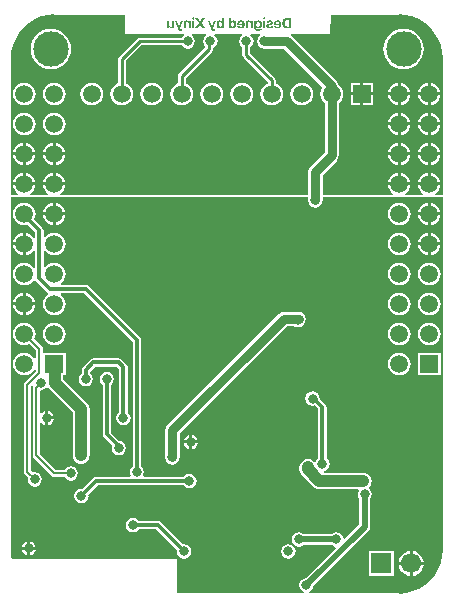
<source format=gbl>
G04*
G04 #@! TF.GenerationSoftware,Altium Limited,Altium Designer,20.2.6 (244)*
G04*
G04 Layer_Physical_Order=2*
G04 Layer_Color=16711680*
%FSLAX25Y25*%
%MOIN*%
G70*
G04*
G04 #@! TF.SameCoordinates,311AA1CE-0284-405A-9FC1-4CD4DC225AB5*
G04*
G04*
G04 #@! TF.FilePolarity,Positive*
G04*
G01*
G75*
%ADD10C,0.01000*%
%ADD11C,0.00787*%
%ADD61C,0.01968*%
%ADD62C,0.03150*%
%ADD63C,0.03937*%
%ADD64C,0.01181*%
%ADD69C,0.11811*%
%ADD70C,0.05906*%
%ADD71R,0.05906X0.05906*%
%ADD72R,0.06693X0.06693*%
%ADD73C,0.06693*%
%ADD74R,0.05906X0.05906*%
%ADD76C,0.03150*%
G36*
X71496Y-203752D02*
X71538Y-203961D01*
X71373Y-206061D01*
X70832Y-208313D01*
X69946Y-210453D01*
X68736Y-212427D01*
X67232Y-214188D01*
X65471Y-215692D01*
X63496Y-216903D01*
X61356Y-217789D01*
X59104Y-218330D01*
X56849Y-218507D01*
X56795Y-218496D01*
X26865D01*
X26816Y-217997D01*
X26922Y-217975D01*
X27703Y-217453D01*
X28225Y-216672D01*
X28372Y-215932D01*
X46777Y-197527D01*
X47169Y-196941D01*
X47306Y-196250D01*
Y-187049D01*
X47725Y-186422D01*
X47909Y-185500D01*
X47725Y-184578D01*
X47203Y-183797D01*
X46854Y-183563D01*
X46838Y-183064D01*
X46966Y-182966D01*
X47407Y-182390D01*
X47685Y-181719D01*
X47780Y-181000D01*
X47685Y-180281D01*
X47407Y-179610D01*
X46966Y-179034D01*
X46390Y-178593D01*
X45719Y-178315D01*
X45000Y-178220D01*
X31815D01*
X31766Y-177720D01*
X32309Y-177612D01*
X33090Y-177090D01*
X33612Y-176309D01*
X33796Y-175387D01*
X33612Y-174465D01*
X33090Y-173684D01*
X32792Y-173485D01*
Y-156387D01*
X32685Y-155849D01*
X32380Y-155394D01*
X32380Y-155394D01*
X30501Y-153515D01*
X30323Y-152615D01*
X29801Y-151834D01*
X29019Y-151312D01*
X28097Y-151128D01*
X27176Y-151312D01*
X26394Y-151834D01*
X25872Y-152615D01*
X25689Y-153537D01*
X25872Y-154459D01*
X26394Y-155240D01*
X27176Y-155762D01*
X28097Y-155946D01*
X28816Y-155803D01*
X29982Y-156969D01*
Y-173485D01*
X29684Y-173684D01*
X29162Y-174465D01*
X29137Y-174588D01*
X28602Y-174713D01*
X28466Y-174534D01*
X27890Y-174093D01*
X27219Y-173815D01*
X26500Y-173720D01*
X25781Y-173815D01*
X25110Y-174093D01*
X24534Y-174534D01*
X24093Y-175110D01*
X23815Y-175781D01*
X23720Y-176500D01*
Y-177125D01*
X23815Y-177844D01*
X24093Y-178515D01*
X24534Y-179090D01*
X28410Y-182966D01*
X28985Y-183407D01*
X29656Y-183685D01*
X30375Y-183780D01*
X43207D01*
X43474Y-184280D01*
X43275Y-184578D01*
X43091Y-185500D01*
X43275Y-186422D01*
X43694Y-187049D01*
Y-195502D01*
X38881Y-200314D01*
X38339Y-200149D01*
X38225Y-199578D01*
X37703Y-198797D01*
X36922Y-198275D01*
X36000Y-198091D01*
X35078Y-198275D01*
X34451Y-198694D01*
X25049D01*
X24422Y-198275D01*
X23500Y-198091D01*
X22578Y-198275D01*
X21797Y-198797D01*
X21275Y-199578D01*
X21091Y-200500D01*
X21275Y-201422D01*
X21797Y-202203D01*
X22578Y-202725D01*
X23500Y-202909D01*
X24422Y-202725D01*
X25049Y-202306D01*
X34451D01*
X35078Y-202725D01*
X35649Y-202839D01*
X35814Y-203381D01*
X25818Y-213378D01*
X25078Y-213525D01*
X24297Y-214047D01*
X23775Y-214828D01*
X23591Y-215750D01*
X23775Y-216672D01*
X24297Y-217453D01*
X25078Y-217975D01*
X25185Y-217997D01*
X25135Y-218496D01*
X-17000Y-218496D01*
X-17000Y-207000D01*
X-72147D01*
X-72373Y-206061D01*
X-72500Y-204445D01*
Y-203770D01*
X-72496Y-203752D01*
X-72496Y-86500D01*
X26592Y-86500D01*
Y-87499D01*
X26591Y-87500D01*
X26775Y-88422D01*
X27297Y-89203D01*
X28078Y-89725D01*
X29000Y-89909D01*
X29922Y-89725D01*
X30703Y-89203D01*
X31225Y-88422D01*
X31409Y-87500D01*
X31409Y-87499D01*
Y-86500D01*
X71496Y-86500D01*
X71496Y-203752D01*
D02*
G37*
G36*
X59061Y-25627D02*
X61313Y-26168D01*
X63453Y-27054D01*
X65427Y-28264D01*
X67188Y-29768D01*
X68692Y-31529D01*
X69903Y-33504D01*
X70789Y-35644D01*
X71329Y-37896D01*
X71507Y-40151D01*
X71496Y-40205D01*
Y-85697D01*
X69109D01*
X69043Y-85570D01*
X68977Y-85197D01*
X69668Y-84667D01*
X70267Y-83886D01*
X70644Y-82976D01*
X70707Y-82500D01*
X67000D01*
X63293D01*
X63356Y-82976D01*
X63733Y-83886D01*
X64332Y-84667D01*
X65023Y-85197D01*
X64957Y-85570D01*
X64891Y-85697D01*
X59109Y-85697D01*
X59043Y-85570D01*
X58977Y-85197D01*
X59667Y-84667D01*
X60267Y-83886D01*
X60644Y-82976D01*
X60707Y-82500D01*
X57000D01*
Y-82000D01*
D01*
Y-82500D01*
X53293D01*
X53356Y-82976D01*
X53733Y-83886D01*
X54333Y-84667D01*
X55023Y-85197D01*
X54957Y-85570D01*
X54891Y-85697D01*
X31409Y-85697D01*
Y-78998D01*
X36203Y-74203D01*
X36725Y-73422D01*
X36909Y-72500D01*
Y-54866D01*
X37168Y-54668D01*
X37767Y-53886D01*
X38144Y-52976D01*
X38272Y-52000D01*
X38144Y-51024D01*
X37767Y-50114D01*
X37168Y-49332D01*
X36823Y-49068D01*
X36725Y-48578D01*
X36203Y-47797D01*
X21203Y-32797D01*
X20759Y-32500D01*
X20910Y-32000D01*
X33921Y-32000D01*
X34092Y-25504D01*
X56752D01*
X56961Y-25462D01*
X59061Y-25627D01*
D02*
G37*
G36*
X-57752Y-25504D02*
X-34500D01*
Y-32000D01*
X-14911Y-32000D01*
X-14759Y-32500D01*
X-15203Y-32797D01*
X-15464Y-33187D01*
X-29500D01*
X-30002Y-33287D01*
X-30428Y-33572D01*
X-36428Y-39572D01*
X-36713Y-39998D01*
X-36813Y-40500D01*
Y-48495D01*
X-37386Y-48733D01*
X-38168Y-49332D01*
X-38767Y-50114D01*
X-39144Y-51024D01*
X-39272Y-52000D01*
X-39144Y-52976D01*
X-38767Y-53886D01*
X-38168Y-54668D01*
X-37386Y-55267D01*
X-36476Y-55644D01*
X-35500Y-55772D01*
X-34524Y-55644D01*
X-33614Y-55267D01*
X-32833Y-54668D01*
X-32233Y-53886D01*
X-31856Y-52976D01*
X-31728Y-52000D01*
X-31856Y-51024D01*
X-32233Y-50114D01*
X-32833Y-49332D01*
X-33614Y-48733D01*
X-34187Y-48495D01*
Y-41044D01*
X-28956Y-35813D01*
X-15464D01*
X-15203Y-36203D01*
X-14422Y-36725D01*
X-13500Y-36909D01*
X-12578Y-36725D01*
X-11797Y-36203D01*
X-11275Y-35422D01*
X-11091Y-34500D01*
X-11275Y-33578D01*
X-11797Y-32797D01*
X-12241Y-32500D01*
X-12089Y-32000D01*
X-7411D01*
X-7259Y-32500D01*
X-7703Y-32797D01*
X-8225Y-33578D01*
X-8409Y-34500D01*
X-8225Y-35422D01*
X-7724Y-36172D01*
Y-36368D01*
X-16428Y-45072D01*
X-16713Y-45498D01*
X-16813Y-46000D01*
Y-48495D01*
X-17386Y-48733D01*
X-18168Y-49332D01*
X-18767Y-50114D01*
X-19144Y-51024D01*
X-19272Y-52000D01*
X-19144Y-52976D01*
X-18767Y-53886D01*
X-18168Y-54668D01*
X-17386Y-55267D01*
X-16476Y-55644D01*
X-15500Y-55772D01*
X-14524Y-55644D01*
X-13614Y-55267D01*
X-12833Y-54668D01*
X-12233Y-53886D01*
X-11856Y-52976D01*
X-11728Y-52000D01*
X-11856Y-51024D01*
X-12233Y-50114D01*
X-12833Y-49332D01*
X-13614Y-48733D01*
X-14187Y-48495D01*
Y-46544D01*
X-5483Y-37839D01*
X-5199Y-37414D01*
X-5099Y-36911D01*
Y-36729D01*
X-5078Y-36725D01*
X-4297Y-36203D01*
X-3775Y-35422D01*
X-3591Y-34500D01*
X-3775Y-33578D01*
X-4297Y-32797D01*
X-4741Y-32500D01*
X-4589Y-32000D01*
X4589Y-32000D01*
X4741Y-32500D01*
X4297Y-32797D01*
X3775Y-33578D01*
X3591Y-34500D01*
X3775Y-35422D01*
X4297Y-36203D01*
X4687Y-36464D01*
Y-39000D01*
X4787Y-39502D01*
X5072Y-39928D01*
X13177Y-48033D01*
X13129Y-48520D01*
X12614Y-48733D01*
X11833Y-49332D01*
X11233Y-50114D01*
X10856Y-51024D01*
X10728Y-52000D01*
X10856Y-52976D01*
X11233Y-53886D01*
X11833Y-54668D01*
X12614Y-55267D01*
X13524Y-55644D01*
X14500Y-55772D01*
X15476Y-55644D01*
X16386Y-55267D01*
X17167Y-54668D01*
X17767Y-53886D01*
X18144Y-52976D01*
X18272Y-52000D01*
X18144Y-51024D01*
X17767Y-50114D01*
X17167Y-49332D01*
X16386Y-48733D01*
X15813Y-48495D01*
Y-47500D01*
X15713Y-46998D01*
X15428Y-46572D01*
X7313Y-38456D01*
Y-36464D01*
X7703Y-36203D01*
X8225Y-35422D01*
X8409Y-34500D01*
X8225Y-33578D01*
X7703Y-32797D01*
X7259Y-32500D01*
X7411Y-32000D01*
X10589D01*
X10741Y-32500D01*
X10297Y-32797D01*
X9775Y-33578D01*
X9591Y-34500D01*
X9775Y-35422D01*
X10297Y-36203D01*
X11078Y-36725D01*
X12000Y-36909D01*
X12001Y-36909D01*
X18502D01*
X31439Y-49845D01*
X31233Y-50114D01*
X30856Y-51024D01*
X30728Y-52000D01*
X30856Y-52976D01*
X31233Y-53886D01*
X31833Y-54668D01*
X32092Y-54866D01*
Y-71502D01*
X27297Y-76297D01*
X26775Y-77078D01*
X26592Y-78000D01*
Y-85697D01*
X-55891Y-85697D01*
X-55957Y-85569D01*
X-56023Y-85197D01*
X-55332Y-84667D01*
X-54733Y-83886D01*
X-54356Y-82976D01*
X-54293Y-82500D01*
X-58000D01*
X-61707D01*
X-61644Y-82976D01*
X-61267Y-83886D01*
X-60668Y-84667D01*
X-59977Y-85197D01*
X-60043Y-85569D01*
X-60109Y-85697D01*
X-65891Y-85697D01*
X-65957Y-85569D01*
X-66023Y-85197D01*
X-65333Y-84667D01*
X-64733Y-83886D01*
X-64356Y-82976D01*
X-64293Y-82500D01*
X-68000D01*
X-71707D01*
X-71644Y-82976D01*
X-71267Y-83886D01*
X-70667Y-84667D01*
X-69977Y-85197D01*
X-70043Y-85569D01*
X-70109Y-85697D01*
X-72496D01*
X-72496Y-85197D01*
Y-40705D01*
X-72496Y-40205D01*
X-72473Y-39715D01*
X-72329Y-37896D01*
X-71789Y-35644D01*
X-70903Y-33504D01*
X-69692Y-31529D01*
X-68188Y-29768D01*
X-66427Y-28264D01*
X-64452Y-27054D01*
X-62313Y-26168D01*
X-60061Y-25627D01*
X-57961Y-25462D01*
X-57752Y-25504D01*
D02*
G37*
G36*
X11975Y-26455D02*
X12005Y-26460D01*
X12043Y-26468D01*
X12087Y-26482D01*
X12130Y-26501D01*
X12177Y-26526D01*
X12218Y-26561D01*
X12223Y-26566D01*
X12234Y-26580D01*
X12250Y-26602D01*
X12269Y-26632D01*
X12289Y-26670D01*
X12305Y-26714D01*
X12319Y-26766D01*
X12324Y-26820D01*
Y-26823D01*
Y-26826D01*
Y-26834D01*
X12321Y-26845D01*
X12319Y-26875D01*
X12310Y-26910D01*
X12297Y-26951D01*
X12278Y-26995D01*
X12253Y-27039D01*
X12218Y-27080D01*
X12212Y-27085D01*
X12199Y-27096D01*
X12174Y-27112D01*
X12144Y-27132D01*
X12106Y-27151D01*
X12059Y-27167D01*
X12005Y-27181D01*
X11947Y-27186D01*
X11931D01*
X11920Y-27183D01*
X11890Y-27181D01*
X11855Y-27172D01*
X11811Y-27159D01*
X11767Y-27140D01*
X11723Y-27115D01*
X11682Y-27080D01*
X11677Y-27074D01*
X11666Y-27061D01*
X11650Y-27039D01*
X11628Y-27006D01*
X11609Y-26970D01*
X11590Y-26924D01*
X11576Y-26875D01*
X11571Y-26820D01*
Y-26818D01*
Y-26812D01*
Y-26804D01*
X11573Y-26793D01*
X11579Y-26766D01*
X11587Y-26730D01*
X11601Y-26689D01*
X11620Y-26646D01*
X11647Y-26602D01*
X11682Y-26561D01*
X11688Y-26556D01*
X11702Y-26545D01*
X11723Y-26528D01*
X11754Y-26509D01*
X11792Y-26490D01*
X11838Y-26471D01*
X11890Y-26457D01*
X11947Y-26452D01*
X11964D01*
X11975Y-26455D01*
D02*
G37*
G36*
X-11637D02*
X-11607Y-26460D01*
X-11569Y-26468D01*
X-11525Y-26482D01*
X-11481Y-26501D01*
X-11435Y-26526D01*
X-11394Y-26561D01*
X-11389Y-26566D01*
X-11378Y-26580D01*
X-11361Y-26602D01*
X-11342Y-26632D01*
X-11323Y-26670D01*
X-11307Y-26714D01*
X-11293Y-26766D01*
X-11288Y-26820D01*
Y-26823D01*
Y-26826D01*
Y-26834D01*
X-11290Y-26845D01*
X-11293Y-26875D01*
X-11301Y-26910D01*
X-11315Y-26951D01*
X-11334Y-26995D01*
X-11359Y-27039D01*
X-11394Y-27080D01*
X-11400Y-27085D01*
X-11413Y-27096D01*
X-11438Y-27112D01*
X-11468Y-27132D01*
X-11506Y-27151D01*
X-11552Y-27167D01*
X-11607Y-27181D01*
X-11664Y-27186D01*
X-11681D01*
X-11692Y-27183D01*
X-11722Y-27181D01*
X-11757Y-27172D01*
X-11801Y-27159D01*
X-11845Y-27140D01*
X-11888Y-27115D01*
X-11929Y-27080D01*
X-11935Y-27074D01*
X-11946Y-27061D01*
X-11962Y-27039D01*
X-11984Y-27006D01*
X-12003Y-26970D01*
X-12022Y-26924D01*
X-12036Y-26875D01*
X-12041Y-26820D01*
Y-26818D01*
Y-26812D01*
Y-26804D01*
X-12038Y-26793D01*
X-12033Y-26766D01*
X-12025Y-26730D01*
X-12011Y-26689D01*
X-11992Y-26646D01*
X-11965Y-26602D01*
X-11929Y-26561D01*
X-11924Y-26556D01*
X-11910Y-26545D01*
X-11888Y-26528D01*
X-11858Y-26509D01*
X-11820Y-26490D01*
X-11774Y-26471D01*
X-11722Y-26457D01*
X-11664Y-26452D01*
X-11648D01*
X-11637Y-26455D01*
D02*
G37*
G36*
X-8891Y-28344D02*
Y-28352D01*
X-7785Y-30105D01*
X-8571D01*
X-9330Y-28884D01*
X-9355D01*
X-10119Y-30105D01*
X-10949D01*
X-9822Y-28366D01*
Y-28357D01*
X-10963Y-26624D01*
X-10152D01*
X-9415Y-27880D01*
X-9388D01*
X-8648Y-26624D01*
X-7791D01*
X-8891Y-28344D01*
D02*
G37*
G36*
X10206Y-27470D02*
X10241Y-27473D01*
X10282Y-27478D01*
X10331Y-27487D01*
X10383Y-27497D01*
X10440Y-27511D01*
X10503Y-27530D01*
X10566Y-27552D01*
X10629Y-27582D01*
X10694Y-27615D01*
X10760Y-27653D01*
X10820Y-27699D01*
X10880Y-27754D01*
X10934Y-27814D01*
X10937Y-27817D01*
X10945Y-27830D01*
X10959Y-27850D01*
X10978Y-27877D01*
X11000Y-27912D01*
X11022Y-27956D01*
X11049Y-28005D01*
X11074Y-28062D01*
X11101Y-28128D01*
X11126Y-28202D01*
X11150Y-28281D01*
X11172Y-28366D01*
X11191Y-28461D01*
X11205Y-28559D01*
X11213Y-28666D01*
X11218Y-28780D01*
Y-28783D01*
Y-28786D01*
Y-28791D01*
Y-28800D01*
Y-28811D01*
X11216Y-28824D01*
Y-28841D01*
X11213Y-28884D01*
X11208Y-28933D01*
X11202Y-28993D01*
X11194Y-29059D01*
X11180Y-29130D01*
X11167Y-29204D01*
X11147Y-29280D01*
X11126Y-29359D01*
X11098Y-29438D01*
X11066Y-29515D01*
X11027Y-29591D01*
X10986Y-29662D01*
X10937Y-29728D01*
X10934Y-29730D01*
X10924Y-29741D01*
X10907Y-29758D01*
X10885Y-29780D01*
X10858Y-29807D01*
X10825Y-29834D01*
X10784Y-29864D01*
X10738Y-29897D01*
X10686Y-29927D01*
X10629Y-29960D01*
X10566Y-29987D01*
X10498Y-30015D01*
X10424Y-30036D01*
X10345Y-30053D01*
X10260Y-30064D01*
X10170Y-30069D01*
X10143D01*
X10124Y-30066D01*
X10099Y-30064D01*
X10069Y-30061D01*
X10039Y-30058D01*
X10004Y-30053D01*
X9927Y-30039D01*
X9845Y-30017D01*
X9763Y-29990D01*
X9684Y-29952D01*
X9681Y-29949D01*
X9676Y-29946D01*
X9665Y-29941D01*
X9649Y-29930D01*
X9632Y-29919D01*
X9613Y-29902D01*
X9567Y-29867D01*
X9518Y-29821D01*
X9466Y-29766D01*
X9417Y-29703D01*
X9373Y-29629D01*
X9359D01*
Y-30023D01*
Y-30025D01*
Y-30031D01*
Y-30044D01*
X9362Y-30058D01*
X9365Y-30077D01*
X9368Y-30099D01*
X9376Y-30148D01*
X9395Y-30203D01*
X9419Y-30260D01*
X9436Y-30288D01*
X9455Y-30315D01*
X9477Y-30342D01*
X9501Y-30367D01*
X9504D01*
X9507Y-30372D01*
X9515Y-30378D01*
X9528Y-30386D01*
X9542Y-30397D01*
X9559Y-30408D01*
X9580Y-30419D01*
X9605Y-30432D01*
X9632Y-30443D01*
X9662Y-30454D01*
X9698Y-30465D01*
X9736Y-30476D01*
X9774Y-30484D01*
X9818Y-30492D01*
X9867Y-30495D01*
X9916Y-30498D01*
X9938D01*
X9952Y-30495D01*
X9971D01*
X9993Y-30492D01*
X10045Y-30487D01*
X10102Y-30479D01*
X10159Y-30468D01*
X10219Y-30448D01*
X10274Y-30427D01*
X10277D01*
X10279Y-30424D01*
X10296Y-30413D01*
X10320Y-30399D01*
X10347Y-30380D01*
X10378Y-30356D01*
X10408Y-30328D01*
X10435Y-30296D01*
X10454Y-30260D01*
X10459Y-30244D01*
X11145D01*
Y-30266D01*
Y-30268D01*
X11142Y-30274D01*
X11139Y-30285D01*
X11136Y-30301D01*
X11131Y-30318D01*
X11126Y-30339D01*
X11107Y-30391D01*
X11082Y-30448D01*
X11049Y-30511D01*
X11005Y-30577D01*
X10981Y-30607D01*
X10954Y-30640D01*
X10951Y-30642D01*
X10945Y-30648D01*
X10937Y-30656D01*
X10926Y-30667D01*
X10910Y-30681D01*
X10891Y-30697D01*
X10869Y-30716D01*
X10842Y-30735D01*
X10814Y-30754D01*
X10784Y-30776D01*
X10749Y-30798D01*
X10711Y-30820D01*
X10672Y-30842D01*
X10629Y-30863D01*
X10536Y-30902D01*
X10533D01*
X10525Y-30907D01*
X10509Y-30910D01*
X10490Y-30918D01*
X10465Y-30924D01*
X10435Y-30932D01*
X10399Y-30943D01*
X10361Y-30951D01*
X10317Y-30959D01*
X10268Y-30970D01*
X10219Y-30978D01*
X10165Y-30984D01*
X10107Y-30992D01*
X10045Y-30994D01*
X9916Y-31000D01*
X9889D01*
X9875Y-30997D01*
X9859D01*
X9818Y-30994D01*
X9769Y-30992D01*
X9712Y-30984D01*
X9649Y-30975D01*
X9580Y-30964D01*
X9507Y-30951D01*
X9433Y-30932D01*
X9354Y-30910D01*
X9277Y-30885D01*
X9201Y-30855D01*
X9130Y-30820D01*
X9059Y-30779D01*
X8993Y-30733D01*
X8991Y-30730D01*
X8980Y-30722D01*
X8963Y-30705D01*
X8942Y-30683D01*
X8917Y-30659D01*
X8887Y-30626D01*
X8857Y-30591D01*
X8827Y-30547D01*
X8794Y-30500D01*
X8764Y-30446D01*
X8737Y-30389D01*
X8709Y-30326D01*
X8688Y-30260D01*
X8671Y-30189D01*
X8660Y-30113D01*
X8655Y-30034D01*
Y-27519D01*
X9359D01*
Y-27962D01*
X9373D01*
Y-27959D01*
X9378Y-27951D01*
X9384Y-27940D01*
X9392Y-27923D01*
X9403Y-27904D01*
X9417Y-27882D01*
X9452Y-27830D01*
X9496Y-27773D01*
X9548Y-27713D01*
X9610Y-27653D01*
X9681Y-27601D01*
X9684Y-27598D01*
X9690Y-27596D01*
X9701Y-27590D01*
X9717Y-27579D01*
X9736Y-27571D01*
X9761Y-27560D01*
X9788Y-27547D01*
X9818Y-27536D01*
X9851Y-27522D01*
X9886Y-27511D01*
X9927Y-27500D01*
X9968Y-27489D01*
X10058Y-27473D01*
X10107Y-27470D01*
X10159Y-27467D01*
X10181D01*
X10206Y-27470D01*
D02*
G37*
G36*
X-1337Y-30105D02*
X-2041D01*
Y-29665D01*
X-2055D01*
Y-29668D01*
X-2060Y-29676D01*
X-2066Y-29687D01*
X-2074Y-29703D01*
X-2085Y-29722D01*
X-2098Y-29744D01*
X-2134Y-29796D01*
X-2178Y-29856D01*
X-2232Y-29916D01*
X-2295Y-29974D01*
X-2366Y-30025D01*
X-2369D01*
X-2374Y-30031D01*
X-2388Y-30036D01*
X-2402Y-30044D01*
X-2423Y-30055D01*
X-2445Y-30066D01*
X-2472Y-30077D01*
X-2503Y-30091D01*
X-2538Y-30102D01*
X-2574Y-30113D01*
X-2615Y-30124D01*
X-2658Y-30135D01*
X-2751Y-30151D01*
X-2800Y-30154D01*
X-2852Y-30156D01*
X-2874D01*
X-2898Y-30154D01*
X-2934Y-30151D01*
X-2975Y-30145D01*
X-3021Y-30137D01*
X-3076Y-30124D01*
X-3133Y-30110D01*
X-3193Y-30091D01*
X-3256Y-30066D01*
X-3319Y-30039D01*
X-3384Y-30004D01*
X-3447Y-29963D01*
X-3510Y-29916D01*
X-3567Y-29862D01*
X-3622Y-29799D01*
X-3625Y-29793D01*
X-3633Y-29782D01*
X-3646Y-29763D01*
X-3666Y-29733D01*
X-3687Y-29698D01*
X-3709Y-29654D01*
X-3737Y-29602D01*
X-3761Y-29542D01*
X-3788Y-29477D01*
X-3813Y-29403D01*
X-3838Y-29321D01*
X-3859Y-29234D01*
X-3878Y-29138D01*
X-3892Y-29037D01*
X-3903Y-28928D01*
X-3906Y-28813D01*
Y-28811D01*
Y-28808D01*
Y-28802D01*
Y-28794D01*
Y-28783D01*
Y-28767D01*
X-3903Y-28751D01*
X-3900Y-28707D01*
X-3895Y-28652D01*
X-3889Y-28589D01*
X-3881Y-28521D01*
X-3868Y-28447D01*
X-3854Y-28371D01*
X-3835Y-28289D01*
X-3810Y-28207D01*
X-3783Y-28125D01*
X-3753Y-28043D01*
X-3715Y-27967D01*
X-3671Y-27891D01*
X-3622Y-27822D01*
X-3619Y-27819D01*
X-3608Y-27806D01*
X-3595Y-27790D01*
X-3570Y-27768D01*
X-3543Y-27740D01*
X-3510Y-27710D01*
X-3469Y-27678D01*
X-3423Y-27645D01*
X-3371Y-27612D01*
X-3313Y-27582D01*
X-3251Y-27552D01*
X-3182Y-27525D01*
X-3109Y-27500D01*
X-3029Y-27484D01*
X-2945Y-27473D01*
X-2855Y-27467D01*
X-2827D01*
X-2808Y-27470D01*
X-2784D01*
X-2754Y-27476D01*
X-2724Y-27478D01*
X-2688Y-27484D01*
X-2612Y-27500D01*
X-2530Y-27525D01*
X-2489Y-27538D01*
X-2448Y-27558D01*
X-2407Y-27577D01*
X-2369Y-27601D01*
X-2366Y-27604D01*
X-2361Y-27607D01*
X-2350Y-27615D01*
X-2336Y-27626D01*
X-2317Y-27639D01*
X-2298Y-27656D01*
X-2276Y-27675D01*
X-2254Y-27697D01*
X-2227Y-27721D01*
X-2202Y-27749D01*
X-2150Y-27811D01*
X-2098Y-27885D01*
X-2055Y-27967D01*
X-2041D01*
Y-26624D01*
X-1337D01*
Y-30105D01*
D02*
G37*
G36*
X-4970D02*
X-4938Y-30187D01*
Y-30189D01*
X-4935Y-30192D01*
X-4930Y-30208D01*
X-4919Y-30230D01*
X-4902Y-30257D01*
X-4883Y-30290D01*
X-4859Y-30320D01*
X-4831Y-30347D01*
X-4798Y-30372D01*
X-4793Y-30375D01*
X-4782Y-30380D01*
X-4760Y-30389D01*
X-4733Y-30399D01*
X-4698Y-30408D01*
X-4654Y-30416D01*
X-4605Y-30421D01*
X-4550Y-30424D01*
X-4504D01*
X-4482Y-30421D01*
X-4457D01*
X-4411Y-30416D01*
X-4408D01*
X-4400Y-30413D01*
X-4389D01*
X-4375Y-30410D01*
X-4345Y-30405D01*
X-4313Y-30399D01*
Y-30924D01*
X-4315D01*
X-4324Y-30926D01*
X-4337D01*
X-4356Y-30929D01*
X-4378Y-30932D01*
X-4405Y-30937D01*
X-4435Y-30940D01*
X-4471Y-30943D01*
X-4476D01*
X-4487Y-30945D01*
X-4506D01*
X-4531Y-30948D01*
X-4561Y-30951D01*
X-4597D01*
X-4635Y-30954D01*
X-4722D01*
X-4747Y-30951D01*
X-4774D01*
X-4807Y-30948D01*
X-4842Y-30945D01*
X-4921Y-30937D01*
X-5006Y-30924D01*
X-5091Y-30904D01*
X-5175Y-30880D01*
X-5178D01*
X-5186Y-30877D01*
X-5197Y-30872D01*
X-5211Y-30866D01*
X-5230Y-30858D01*
X-5252Y-30847D01*
X-5303Y-30820D01*
X-5361Y-30787D01*
X-5421Y-30743D01*
X-5484Y-30691D01*
X-5544Y-30629D01*
X-5547Y-30626D01*
X-5552Y-30621D01*
X-5557Y-30610D01*
X-5568Y-30596D01*
X-5582Y-30580D01*
X-5598Y-30558D01*
X-5615Y-30530D01*
X-5634Y-30503D01*
X-5653Y-30470D01*
X-5672Y-30432D01*
X-5694Y-30394D01*
X-5716Y-30350D01*
X-5738Y-30304D01*
X-5757Y-30255D01*
X-5779Y-30203D01*
X-5798Y-30148D01*
X-6685Y-27519D01*
X-5942D01*
X-5394Y-29542D01*
X-5375D01*
X-4829Y-27519D01*
X-4056D01*
X-4970Y-30105D01*
D02*
G37*
G36*
X-16038D02*
X-16005Y-30187D01*
Y-30189D01*
X-16002Y-30192D01*
X-15997Y-30208D01*
X-15986Y-30230D01*
X-15970Y-30257D01*
X-15951Y-30290D01*
X-15926Y-30320D01*
X-15899Y-30347D01*
X-15866Y-30372D01*
X-15860Y-30375D01*
X-15849Y-30380D01*
X-15828Y-30389D01*
X-15800Y-30399D01*
X-15765Y-30408D01*
X-15721Y-30416D01*
X-15672Y-30421D01*
X-15618Y-30424D01*
X-15571D01*
X-15549Y-30421D01*
X-15525D01*
X-15478Y-30416D01*
X-15475D01*
X-15467Y-30413D01*
X-15456D01*
X-15443Y-30410D01*
X-15413Y-30405D01*
X-15380Y-30399D01*
Y-30924D01*
X-15383D01*
X-15391Y-30926D01*
X-15405D01*
X-15424Y-30929D01*
X-15446Y-30932D01*
X-15473Y-30937D01*
X-15503Y-30940D01*
X-15538Y-30943D01*
X-15544D01*
X-15555Y-30945D01*
X-15574D01*
X-15598Y-30948D01*
X-15628Y-30951D01*
X-15664D01*
X-15702Y-30954D01*
X-15789D01*
X-15814Y-30951D01*
X-15841D01*
X-15874Y-30948D01*
X-15910Y-30945D01*
X-15989Y-30937D01*
X-16073Y-30924D01*
X-16158Y-30904D01*
X-16243Y-30880D01*
X-16245D01*
X-16254Y-30877D01*
X-16264Y-30872D01*
X-16278Y-30866D01*
X-16297Y-30858D01*
X-16319Y-30847D01*
X-16371Y-30820D01*
X-16428Y-30787D01*
X-16488Y-30743D01*
X-16551Y-30691D01*
X-16611Y-30629D01*
X-16614Y-30626D01*
X-16619Y-30621D01*
X-16625Y-30610D01*
X-16636Y-30596D01*
X-16649Y-30580D01*
X-16666Y-30558D01*
X-16682Y-30530D01*
X-16701Y-30503D01*
X-16720Y-30470D01*
X-16739Y-30432D01*
X-16761Y-30394D01*
X-16783Y-30350D01*
X-16805Y-30304D01*
X-16824Y-30255D01*
X-16846Y-30203D01*
X-16865Y-30148D01*
X-17752Y-27519D01*
X-17010D01*
X-16461Y-29542D01*
X-16442D01*
X-15896Y-27519D01*
X-15123D01*
X-16038Y-30105D01*
D02*
G37*
G36*
X-17987Y-29190D02*
Y-29195D01*
Y-29209D01*
X-17990Y-29234D01*
X-17993Y-29266D01*
X-17995Y-29305D01*
X-18001Y-29348D01*
X-18006Y-29397D01*
X-18017Y-29449D01*
X-18031Y-29507D01*
X-18045Y-29564D01*
X-18064Y-29621D01*
X-18085Y-29681D01*
X-18113Y-29739D01*
X-18143Y-29796D01*
X-18178Y-29851D01*
X-18219Y-29900D01*
X-18222Y-29902D01*
X-18230Y-29911D01*
X-18244Y-29924D01*
X-18263Y-29941D01*
X-18287Y-29960D01*
X-18315Y-29979D01*
X-18350Y-30004D01*
X-18388Y-30028D01*
X-18432Y-30050D01*
X-18481Y-30075D01*
X-18536Y-30096D01*
X-18596Y-30116D01*
X-18659Y-30132D01*
X-18730Y-30145D01*
X-18801Y-30154D01*
X-18880Y-30156D01*
X-18907D01*
X-18929Y-30154D01*
X-18954Y-30151D01*
X-18984Y-30148D01*
X-19016Y-30145D01*
X-19052Y-30140D01*
X-19128Y-30124D01*
X-19213Y-30102D01*
X-19295Y-30069D01*
X-19333Y-30050D01*
X-19371Y-30028D01*
X-19374Y-30025D01*
X-19379Y-30023D01*
X-19390Y-30015D01*
X-19404Y-30004D01*
X-19420Y-29993D01*
X-19440Y-29976D01*
X-19483Y-29938D01*
X-19532Y-29889D01*
X-19581Y-29829D01*
X-19628Y-29758D01*
X-19669Y-29679D01*
X-19682D01*
Y-30105D01*
X-20387D01*
Y-27519D01*
X-19682D01*
Y-29004D01*
Y-29007D01*
Y-29015D01*
Y-29029D01*
X-19680Y-29048D01*
X-19677Y-29070D01*
X-19674Y-29094D01*
X-19669Y-29122D01*
X-19663Y-29155D01*
X-19647Y-29220D01*
X-19622Y-29288D01*
X-19606Y-29324D01*
X-19590Y-29357D01*
X-19568Y-29389D01*
X-19543Y-29419D01*
X-19541Y-29422D01*
X-19538Y-29425D01*
X-19530Y-29433D01*
X-19519Y-29444D01*
X-19505Y-29455D01*
X-19489Y-29469D01*
X-19467Y-29482D01*
X-19445Y-29496D01*
X-19420Y-29509D01*
X-19390Y-29523D01*
X-19328Y-29550D01*
X-19251Y-29567D01*
X-19210Y-29572D01*
X-19166Y-29575D01*
X-19145D01*
X-19128Y-29572D01*
X-19109Y-29570D01*
X-19085Y-29567D01*
X-19033Y-29556D01*
X-18975Y-29539D01*
X-18915Y-29515D01*
X-18885Y-29498D01*
X-18858Y-29482D01*
X-18833Y-29460D01*
X-18809Y-29436D01*
Y-29433D01*
X-18803Y-29430D01*
X-18798Y-29422D01*
X-18790Y-29411D01*
X-18782Y-29395D01*
X-18771Y-29378D01*
X-18763Y-29357D01*
X-18752Y-29335D01*
X-18741Y-29307D01*
X-18730Y-29277D01*
X-18719Y-29247D01*
X-18711Y-29212D01*
X-18702Y-29174D01*
X-18697Y-29133D01*
X-18694Y-29089D01*
X-18691Y-29043D01*
Y-27519D01*
X-17987D01*
Y-29190D01*
D02*
G37*
G36*
X16517Y-27470D02*
X16550Y-27473D01*
X16588Y-27476D01*
X16632Y-27481D01*
X16678Y-27489D01*
X16730Y-27497D01*
X16782Y-27508D01*
X16837Y-27522D01*
X16891Y-27538D01*
X16949Y-27558D01*
X17003Y-27579D01*
X17058Y-27604D01*
X17112Y-27634D01*
X17115Y-27637D01*
X17123Y-27642D01*
X17140Y-27650D01*
X17159Y-27664D01*
X17181Y-27680D01*
X17208Y-27702D01*
X17238Y-27727D01*
X17271Y-27754D01*
X17304Y-27784D01*
X17339Y-27819D01*
X17377Y-27858D01*
X17413Y-27899D01*
X17448Y-27945D01*
X17481Y-27994D01*
X17514Y-28046D01*
X17544Y-28101D01*
X17547Y-28104D01*
X17549Y-28114D01*
X17558Y-28131D01*
X17568Y-28155D01*
X17579Y-28183D01*
X17590Y-28218D01*
X17604Y-28256D01*
X17620Y-28303D01*
X17634Y-28352D01*
X17648Y-28407D01*
X17661Y-28467D01*
X17672Y-28529D01*
X17680Y-28595D01*
X17688Y-28666D01*
X17694Y-28740D01*
X17697Y-28816D01*
Y-28819D01*
Y-28822D01*
Y-28827D01*
Y-28835D01*
Y-28846D01*
X17694Y-28860D01*
Y-28879D01*
X17691Y-28923D01*
X17686Y-28974D01*
X17678Y-29034D01*
X17667Y-29103D01*
X17653Y-29176D01*
X17634Y-29253D01*
X17612Y-29332D01*
X17585Y-29414D01*
X17552Y-29496D01*
X17514Y-29578D01*
X17467Y-29654D01*
X17415Y-29730D01*
X17358Y-29799D01*
X17355Y-29801D01*
X17342Y-29815D01*
X17323Y-29832D01*
X17295Y-29853D01*
X17263Y-29881D01*
X17222Y-29911D01*
X17173Y-29943D01*
X17115Y-29976D01*
X17052Y-30009D01*
X16984Y-30042D01*
X16908Y-30072D01*
X16823Y-30099D01*
X16733Y-30121D01*
X16637Y-30140D01*
X16534Y-30151D01*
X16424Y-30156D01*
X16408D01*
X16389Y-30154D01*
X16362D01*
X16332Y-30151D01*
X16296Y-30148D01*
X16255Y-30143D01*
X16209Y-30137D01*
X16162Y-30132D01*
X16113Y-30124D01*
X16010Y-30102D01*
X15906Y-30072D01*
X15857Y-30053D01*
X15810Y-30031D01*
X15808Y-30028D01*
X15799Y-30025D01*
X15786Y-30017D01*
X15769Y-30009D01*
X15750Y-29995D01*
X15726Y-29982D01*
X15671Y-29946D01*
X15608Y-29902D01*
X15545Y-29848D01*
X15483Y-29788D01*
X15428Y-29722D01*
X15425Y-29720D01*
X15423Y-29714D01*
X15414Y-29703D01*
X15406Y-29690D01*
X15395Y-29673D01*
X15382Y-29654D01*
X15368Y-29629D01*
X15354Y-29605D01*
X15324Y-29548D01*
X15294Y-29482D01*
X15270Y-29414D01*
X15251Y-29340D01*
X15242Y-29316D01*
X15889D01*
X15895Y-29329D01*
X15898Y-29335D01*
X15903Y-29348D01*
X15914Y-29370D01*
X15930Y-29397D01*
X15952Y-29430D01*
X15982Y-29466D01*
X16021Y-29501D01*
X16064Y-29537D01*
X16067D01*
X16070Y-29539D01*
X16078Y-29545D01*
X16089Y-29550D01*
X16100Y-29559D01*
X16116Y-29567D01*
X16154Y-29583D01*
X16206Y-29599D01*
X16263Y-29616D01*
X16334Y-29627D01*
X16411Y-29632D01*
X16422D01*
X16438Y-29629D01*
X16455D01*
X16479Y-29627D01*
X16506Y-29621D01*
X16534Y-29616D01*
X16567Y-29610D01*
X16635Y-29589D01*
X16670Y-29575D01*
X16706Y-29559D01*
X16741Y-29539D01*
X16777Y-29515D01*
X16809Y-29490D01*
X16839Y-29460D01*
X16842Y-29458D01*
X16845Y-29452D01*
X16853Y-29441D01*
X16864Y-29427D01*
X16875Y-29411D01*
X16889Y-29389D01*
X16902Y-29365D01*
X16919Y-29337D01*
X16932Y-29305D01*
X16946Y-29269D01*
X16960Y-29228D01*
X16973Y-29187D01*
X16984Y-29141D01*
X16992Y-29089D01*
X16998Y-29037D01*
X17001Y-28980D01*
X15221D01*
Y-28761D01*
Y-28756D01*
Y-28745D01*
Y-28723D01*
X15223Y-28696D01*
X15226Y-28660D01*
X15229Y-28622D01*
X15234Y-28578D01*
X15240Y-28529D01*
X15248Y-28477D01*
X15259Y-28423D01*
X15286Y-28308D01*
X15303Y-28248D01*
X15324Y-28191D01*
X15346Y-28133D01*
X15373Y-28079D01*
X15376Y-28076D01*
X15379Y-28065D01*
X15390Y-28052D01*
X15401Y-28030D01*
X15417Y-28008D01*
X15434Y-27978D01*
X15455Y-27948D01*
X15483Y-27915D01*
X15510Y-27880D01*
X15543Y-27841D01*
X15575Y-27803D01*
X15614Y-27768D01*
X15655Y-27729D01*
X15698Y-27694D01*
X15747Y-27661D01*
X15797Y-27628D01*
X15799Y-27626D01*
X15810Y-27620D01*
X15824Y-27615D01*
X15846Y-27604D01*
X15873Y-27590D01*
X15903Y-27577D01*
X15941Y-27563D01*
X15982Y-27547D01*
X16029Y-27533D01*
X16078Y-27519D01*
X16132Y-27506D01*
X16190Y-27492D01*
X16252Y-27481D01*
X16315Y-27476D01*
X16384Y-27470D01*
X16455Y-27467D01*
X16490D01*
X16517Y-27470D01*
D02*
G37*
G36*
X4260D02*
X4292Y-27473D01*
X4331Y-27476D01*
X4374Y-27481D01*
X4421Y-27489D01*
X4473Y-27497D01*
X4524Y-27508D01*
X4579Y-27522D01*
X4634Y-27538D01*
X4691Y-27558D01*
X4746Y-27579D01*
X4800Y-27604D01*
X4855Y-27634D01*
X4857Y-27637D01*
X4866Y-27642D01*
X4882Y-27650D01*
X4901Y-27664D01*
X4923Y-27680D01*
X4950Y-27702D01*
X4980Y-27727D01*
X5013Y-27754D01*
X5046Y-27784D01*
X5081Y-27819D01*
X5120Y-27858D01*
X5155Y-27899D01*
X5191Y-27945D01*
X5223Y-27994D01*
X5256Y-28046D01*
X5286Y-28101D01*
X5289Y-28104D01*
X5292Y-28114D01*
X5300Y-28131D01*
X5311Y-28155D01*
X5322Y-28183D01*
X5333Y-28218D01*
X5346Y-28256D01*
X5363Y-28303D01*
X5376Y-28352D01*
X5390Y-28407D01*
X5404Y-28467D01*
X5414Y-28529D01*
X5423Y-28595D01*
X5431Y-28666D01*
X5436Y-28740D01*
X5439Y-28816D01*
Y-28819D01*
Y-28822D01*
Y-28827D01*
Y-28835D01*
Y-28846D01*
X5436Y-28860D01*
Y-28879D01*
X5434Y-28923D01*
X5428Y-28974D01*
X5420Y-29034D01*
X5409Y-29103D01*
X5395Y-29176D01*
X5376Y-29253D01*
X5354Y-29332D01*
X5327Y-29414D01*
X5294Y-29496D01*
X5256Y-29578D01*
X5210Y-29654D01*
X5158Y-29730D01*
X5100Y-29799D01*
X5098Y-29801D01*
X5084Y-29815D01*
X5065Y-29832D01*
X5038Y-29853D01*
X5005Y-29881D01*
X4964Y-29911D01*
X4915Y-29943D01*
X4857Y-29976D01*
X4795Y-30009D01*
X4727Y-30042D01*
X4650Y-30072D01*
X4565Y-30099D01*
X4475Y-30121D01*
X4380Y-30140D01*
X4276Y-30151D01*
X4167Y-30156D01*
X4150D01*
X4131Y-30154D01*
X4104D01*
X4074Y-30151D01*
X4039Y-30148D01*
X3998Y-30143D01*
X3951Y-30137D01*
X3905Y-30132D01*
X3856Y-30124D01*
X3752Y-30102D01*
X3648Y-30072D01*
X3599Y-30053D01*
X3553Y-30031D01*
X3550Y-30028D01*
X3542Y-30025D01*
X3528Y-30017D01*
X3512Y-30009D01*
X3492Y-29995D01*
X3468Y-29982D01*
X3413Y-29946D01*
X3351Y-29902D01*
X3288Y-29848D01*
X3225Y-29788D01*
X3170Y-29722D01*
X3168Y-29720D01*
X3165Y-29714D01*
X3157Y-29703D01*
X3148Y-29690D01*
X3138Y-29673D01*
X3124Y-29654D01*
X3110Y-29629D01*
X3097Y-29605D01*
X3067Y-29548D01*
X3037Y-29482D01*
X3012Y-29414D01*
X2993Y-29340D01*
X2985Y-29316D01*
X3632D01*
X3637Y-29329D01*
X3640Y-29335D01*
X3645Y-29348D01*
X3656Y-29370D01*
X3673Y-29397D01*
X3695Y-29430D01*
X3725Y-29466D01*
X3763Y-29501D01*
X3807Y-29537D01*
X3809D01*
X3812Y-29539D01*
X3820Y-29545D01*
X3831Y-29550D01*
X3842Y-29559D01*
X3858Y-29567D01*
X3897Y-29583D01*
X3948Y-29599D01*
X4006Y-29616D01*
X4077Y-29627D01*
X4153Y-29632D01*
X4164D01*
X4180Y-29629D01*
X4197D01*
X4221Y-29627D01*
X4249Y-29621D01*
X4276Y-29616D01*
X4309Y-29610D01*
X4377Y-29589D01*
X4412Y-29575D01*
X4448Y-29559D01*
X4484Y-29539D01*
X4519Y-29515D01*
X4552Y-29490D01*
X4582Y-29460D01*
X4584Y-29458D01*
X4587Y-29452D01*
X4595Y-29441D01*
X4606Y-29427D01*
X4617Y-29411D01*
X4631Y-29389D01*
X4645Y-29365D01*
X4661Y-29337D01*
X4675Y-29305D01*
X4688Y-29269D01*
X4702Y-29228D01*
X4716Y-29187D01*
X4727Y-29141D01*
X4735Y-29089D01*
X4740Y-29037D01*
X4743Y-28980D01*
X2963D01*
Y-28761D01*
Y-28756D01*
Y-28745D01*
Y-28723D01*
X2966Y-28696D01*
X2968Y-28660D01*
X2971Y-28622D01*
X2977Y-28578D01*
X2982Y-28529D01*
X2990Y-28477D01*
X3001Y-28423D01*
X3028Y-28308D01*
X3045Y-28248D01*
X3067Y-28191D01*
X3088Y-28133D01*
X3116Y-28079D01*
X3118Y-28076D01*
X3121Y-28065D01*
X3132Y-28052D01*
X3143Y-28030D01*
X3159Y-28008D01*
X3176Y-27978D01*
X3198Y-27948D01*
X3225Y-27915D01*
X3252Y-27880D01*
X3285Y-27841D01*
X3318Y-27803D01*
X3356Y-27768D01*
X3397Y-27729D01*
X3441Y-27694D01*
X3490Y-27661D01*
X3539Y-27628D01*
X3542Y-27626D01*
X3553Y-27620D01*
X3566Y-27615D01*
X3588Y-27604D01*
X3615Y-27590D01*
X3645Y-27577D01*
X3684Y-27563D01*
X3725Y-27547D01*
X3771Y-27533D01*
X3820Y-27519D01*
X3875Y-27506D01*
X3932Y-27492D01*
X3995Y-27481D01*
X4058Y-27476D01*
X4126Y-27470D01*
X4197Y-27467D01*
X4232D01*
X4260Y-27470D01*
D02*
G37*
G36*
X21000Y-30105D02*
X19635D01*
X19616Y-30102D01*
X19594D01*
X19569Y-30099D01*
X19539Y-30096D01*
X19509Y-30094D01*
X19474Y-30088D01*
X19398Y-30080D01*
X19313Y-30064D01*
X19223Y-30044D01*
X19125Y-30020D01*
X19026Y-29990D01*
X18925Y-29952D01*
X18822Y-29908D01*
X18723Y-29856D01*
X18628Y-29793D01*
X18535Y-29722D01*
X18450Y-29643D01*
X18445Y-29638D01*
X18431Y-29621D01*
X18409Y-29597D01*
X18382Y-29559D01*
X18349Y-29512D01*
X18314Y-29455D01*
X18273Y-29387D01*
X18235Y-29310D01*
X18194Y-29223D01*
X18153Y-29127D01*
X18117Y-29021D01*
X18082Y-28906D01*
X18054Y-28780D01*
X18033Y-28647D01*
X18016Y-28505D01*
X18011Y-28352D01*
Y-28346D01*
Y-28344D01*
Y-28338D01*
Y-28325D01*
Y-28311D01*
X18013Y-28289D01*
Y-28267D01*
X18016Y-28240D01*
X18019Y-28210D01*
X18022Y-28177D01*
X18027Y-28142D01*
X18035Y-28060D01*
X18052Y-27972D01*
X18068Y-27877D01*
X18092Y-27776D01*
X18123Y-27672D01*
X18158Y-27566D01*
X18202Y-27459D01*
X18251Y-27356D01*
X18308Y-27257D01*
X18376Y-27162D01*
X18453Y-27074D01*
X18458Y-27069D01*
X18472Y-27055D01*
X18497Y-27033D01*
X18532Y-27003D01*
X18576Y-26970D01*
X18630Y-26932D01*
X18693Y-26894D01*
X18767Y-26850D01*
X18849Y-26809D01*
X18939Y-26768D01*
X19040Y-26730D01*
X19149Y-26697D01*
X19266Y-26667D01*
X19392Y-26646D01*
X19526Y-26629D01*
X19670Y-26624D01*
X21000D01*
Y-30105D01*
D02*
G37*
G36*
X12299D02*
X11595D01*
Y-27519D01*
X12299D01*
Y-30105D01*
D02*
G37*
G36*
X6733Y-27470D02*
X6758D01*
X6788Y-27473D01*
X6820Y-27478D01*
X6856Y-27484D01*
X6935Y-27497D01*
X7017Y-27519D01*
X7099Y-27552D01*
X7140Y-27571D01*
X7178Y-27593D01*
X7181Y-27596D01*
X7186Y-27598D01*
X7197Y-27607D01*
X7211Y-27615D01*
X7227Y-27628D01*
X7246Y-27645D01*
X7287Y-27683D01*
X7336Y-27735D01*
X7385Y-27795D01*
X7432Y-27866D01*
X7473Y-27945D01*
X7486D01*
Y-27519D01*
X8194D01*
Y-30105D01*
X7486D01*
Y-28619D01*
Y-28617D01*
Y-28609D01*
Y-28595D01*
X7484Y-28576D01*
X7481Y-28554D01*
X7478Y-28529D01*
X7476Y-28502D01*
X7470Y-28472D01*
X7454Y-28407D01*
X7429Y-28338D01*
X7413Y-28306D01*
X7394Y-28270D01*
X7375Y-28240D01*
X7350Y-28210D01*
X7347Y-28207D01*
X7344Y-28205D01*
X7336Y-28196D01*
X7325Y-28185D01*
X7309Y-28174D01*
X7293Y-28161D01*
X7274Y-28147D01*
X7249Y-28131D01*
X7224Y-28117D01*
X7197Y-28104D01*
X7132Y-28076D01*
X7055Y-28057D01*
X7014Y-28052D01*
X6971Y-28049D01*
X6949D01*
X6932Y-28052D01*
X6910Y-28054D01*
X6889Y-28057D01*
X6837Y-28068D01*
X6779Y-28084D01*
X6719Y-28109D01*
X6692Y-28125D01*
X6665Y-28144D01*
X6640Y-28166D01*
X6616Y-28191D01*
X6613Y-28194D01*
X6610Y-28196D01*
X6605Y-28205D01*
X6596Y-28215D01*
X6588Y-28229D01*
X6577Y-28248D01*
X6566Y-28267D01*
X6556Y-28292D01*
X6545Y-28316D01*
X6534Y-28346D01*
X6523Y-28379D01*
X6515Y-28412D01*
X6506Y-28450D01*
X6501Y-28491D01*
X6496Y-28535D01*
Y-28581D01*
Y-30105D01*
X5791D01*
Y-28436D01*
Y-28431D01*
Y-28417D01*
X5794Y-28393D01*
Y-28360D01*
X5799Y-28322D01*
X5805Y-28278D01*
X5810Y-28229D01*
X5821Y-28174D01*
X5835Y-28120D01*
X5849Y-28060D01*
X5868Y-28003D01*
X5892Y-27942D01*
X5917Y-27885D01*
X5949Y-27828D01*
X5985Y-27773D01*
X6026Y-27724D01*
X6029Y-27721D01*
X6037Y-27713D01*
X6050Y-27699D01*
X6070Y-27683D01*
X6092Y-27664D01*
X6121Y-27642D01*
X6154Y-27620D01*
X6195Y-27596D01*
X6239Y-27574D01*
X6288Y-27549D01*
X6343Y-27527D01*
X6400Y-27508D01*
X6463Y-27492D01*
X6534Y-27478D01*
X6605Y-27470D01*
X6684Y-27467D01*
X6711D01*
X6733Y-27470D01*
D02*
G37*
G36*
X-11312Y-30105D02*
X-12017D01*
Y-27519D01*
X-11312D01*
Y-30105D01*
D02*
G37*
G36*
X-13947Y-27470D02*
X-13922D01*
X-13892Y-27473D01*
X-13859Y-27478D01*
X-13824Y-27484D01*
X-13745Y-27497D01*
X-13663Y-27519D01*
X-13581Y-27552D01*
X-13540Y-27571D01*
X-13502Y-27593D01*
X-13499Y-27596D01*
X-13494Y-27598D01*
X-13483Y-27607D01*
X-13469Y-27615D01*
X-13453Y-27628D01*
X-13433Y-27645D01*
X-13393Y-27683D01*
X-13343Y-27735D01*
X-13294Y-27795D01*
X-13248Y-27866D01*
X-13207Y-27945D01*
X-13193D01*
Y-27519D01*
X-12486D01*
Y-30105D01*
X-13193D01*
Y-28619D01*
Y-28617D01*
Y-28609D01*
Y-28595D01*
X-13196Y-28576D01*
X-13199Y-28554D01*
X-13201Y-28529D01*
X-13204Y-28502D01*
X-13210Y-28472D01*
X-13226Y-28407D01*
X-13251Y-28338D01*
X-13267Y-28306D01*
X-13286Y-28270D01*
X-13305Y-28240D01*
X-13330Y-28210D01*
X-13332Y-28207D01*
X-13335Y-28205D01*
X-13343Y-28196D01*
X-13354Y-28185D01*
X-13371Y-28174D01*
X-13387Y-28161D01*
X-13406Y-28147D01*
X-13431Y-28131D01*
X-13455Y-28117D01*
X-13483Y-28104D01*
X-13548Y-28076D01*
X-13625Y-28057D01*
X-13666Y-28052D01*
X-13709Y-28049D01*
X-13731D01*
X-13747Y-28052D01*
X-13769Y-28054D01*
X-13791Y-28057D01*
X-13843Y-28068D01*
X-13900Y-28084D01*
X-13960Y-28109D01*
X-13988Y-28125D01*
X-14015Y-28144D01*
X-14040Y-28166D01*
X-14064Y-28191D01*
X-14067Y-28194D01*
X-14070Y-28196D01*
X-14075Y-28205D01*
X-14083Y-28215D01*
X-14091Y-28229D01*
X-14102Y-28248D01*
X-14113Y-28267D01*
X-14124Y-28292D01*
X-14135Y-28316D01*
X-14146Y-28346D01*
X-14157Y-28379D01*
X-14165Y-28412D01*
X-14173Y-28450D01*
X-14179Y-28491D01*
X-14184Y-28535D01*
Y-28581D01*
Y-30105D01*
X-14889D01*
Y-28436D01*
Y-28431D01*
Y-28417D01*
X-14886Y-28393D01*
Y-28360D01*
X-14880Y-28322D01*
X-14875Y-28278D01*
X-14870Y-28229D01*
X-14859Y-28174D01*
X-14845Y-28120D01*
X-14831Y-28060D01*
X-14812Y-28003D01*
X-14788Y-27942D01*
X-14763Y-27885D01*
X-14730Y-27828D01*
X-14695Y-27773D01*
X-14654Y-27724D01*
X-14651Y-27721D01*
X-14643Y-27713D01*
X-14629Y-27699D01*
X-14610Y-27683D01*
X-14588Y-27664D01*
X-14558Y-27642D01*
X-14525Y-27620D01*
X-14484Y-27596D01*
X-14441Y-27574D01*
X-14392Y-27549D01*
X-14337Y-27527D01*
X-14280Y-27508D01*
X-14217Y-27492D01*
X-14146Y-27478D01*
X-14075Y-27470D01*
X-13996Y-27467D01*
X-13969D01*
X-13947Y-27470D01*
D02*
G37*
G36*
X13869D02*
X13902D01*
X13946Y-27476D01*
X13992Y-27481D01*
X14047Y-27487D01*
X14107Y-27495D01*
X14167Y-27508D01*
X14232Y-27522D01*
X14298Y-27541D01*
X14363Y-27563D01*
X14429Y-27588D01*
X14492Y-27617D01*
X14552Y-27650D01*
X14609Y-27689D01*
X14612Y-27691D01*
X14620Y-27699D01*
X14636Y-27710D01*
X14653Y-27727D01*
X14675Y-27749D01*
X14699Y-27776D01*
X14727Y-27809D01*
X14754Y-27844D01*
X14781Y-27882D01*
X14806Y-27926D01*
X14830Y-27975D01*
X14852Y-28027D01*
X14871Y-28084D01*
X14887Y-28144D01*
X14896Y-28210D01*
X14901Y-28278D01*
Y-28281D01*
Y-28292D01*
Y-28306D01*
X14898Y-28327D01*
X14896Y-28352D01*
X14890Y-28379D01*
X14885Y-28412D01*
X14877Y-28447D01*
X14868Y-28486D01*
X14855Y-28524D01*
X14841Y-28562D01*
X14822Y-28603D01*
X14800Y-28644D01*
X14776Y-28682D01*
X14746Y-28720D01*
X14713Y-28756D01*
X14710Y-28759D01*
X14705Y-28764D01*
X14694Y-28772D01*
X14677Y-28786D01*
X14658Y-28802D01*
X14634Y-28819D01*
X14604Y-28838D01*
X14571Y-28860D01*
X14533Y-28881D01*
X14492Y-28903D01*
X14445Y-28925D01*
X14396Y-28947D01*
X14339Y-28969D01*
X14279Y-28988D01*
X14216Y-29007D01*
X14148Y-29024D01*
X13708Y-29114D01*
X13705D01*
X13700Y-29116D01*
X13689Y-29119D01*
X13678Y-29122D01*
X13645Y-29130D01*
X13604Y-29141D01*
X13561Y-29157D01*
X13517Y-29176D01*
X13476Y-29195D01*
X13443Y-29220D01*
X13441Y-29223D01*
X13430Y-29231D01*
X13419Y-29247D01*
X13405Y-29266D01*
X13389Y-29288D01*
X13378Y-29318D01*
X13370Y-29351D01*
X13367Y-29387D01*
Y-29389D01*
Y-29395D01*
X13370Y-29411D01*
X13372Y-29433D01*
X13383Y-29460D01*
X13397Y-29493D01*
X13416Y-29526D01*
X13443Y-29559D01*
X13482Y-29589D01*
X13487Y-29591D01*
X13503Y-29599D01*
X13528Y-29610D01*
X13564Y-29624D01*
X13607Y-29638D01*
X13662Y-29649D01*
X13724Y-29657D01*
X13795Y-29660D01*
X13815D01*
X13831Y-29657D01*
X13847D01*
X13869Y-29654D01*
X13916Y-29649D01*
X13968Y-29640D01*
X14022Y-29624D01*
X14074Y-29605D01*
X14123Y-29578D01*
X14129Y-29575D01*
X14142Y-29561D01*
X14161Y-29542D01*
X14186Y-29515D01*
X14213Y-29482D01*
X14238Y-29441D01*
X14260Y-29392D01*
X14276Y-29337D01*
X14279Y-29316D01*
X14967D01*
X14964Y-29337D01*
Y-29343D01*
X14961Y-29354D01*
X14958Y-29373D01*
X14953Y-29400D01*
X14945Y-29430D01*
X14937Y-29469D01*
X14923Y-29507D01*
X14907Y-29553D01*
X14887Y-29599D01*
X14863Y-29646D01*
X14836Y-29698D01*
X14806Y-29747D01*
X14767Y-29796D01*
X14727Y-29842D01*
X14680Y-29889D01*
X14628Y-29933D01*
X14626Y-29935D01*
X14615Y-29941D01*
X14598Y-29952D01*
X14574Y-29965D01*
X14544Y-29984D01*
X14505Y-30001D01*
X14464Y-30023D01*
X14412Y-30042D01*
X14358Y-30064D01*
X14295Y-30083D01*
X14227Y-30102D01*
X14153Y-30118D01*
X14071Y-30135D01*
X13987Y-30145D01*
X13894Y-30154D01*
X13795Y-30156D01*
X13763D01*
X13738Y-30154D01*
X13711D01*
X13675Y-30151D01*
X13637Y-30145D01*
X13596Y-30143D01*
X13550Y-30137D01*
X13503Y-30129D01*
X13405Y-30113D01*
X13304Y-30085D01*
X13206Y-30053D01*
X13203D01*
X13195Y-30047D01*
X13181Y-30042D01*
X13165Y-30034D01*
X13143Y-30023D01*
X13118Y-30009D01*
X13091Y-29995D01*
X13061Y-29976D01*
X12998Y-29935D01*
X12933Y-29886D01*
X12867Y-29829D01*
X12810Y-29763D01*
X12807Y-29761D01*
X12804Y-29755D01*
X12796Y-29744D01*
X12788Y-29730D01*
X12777Y-29711D01*
X12764Y-29690D01*
X12750Y-29665D01*
X12736Y-29638D01*
X12723Y-29605D01*
X12709Y-29572D01*
X12687Y-29496D01*
X12671Y-29411D01*
X12665Y-29365D01*
X12663Y-29318D01*
Y-29316D01*
Y-29313D01*
Y-29302D01*
Y-29288D01*
X12665Y-29269D01*
X12668Y-29245D01*
X12671Y-29217D01*
X12676Y-29187D01*
X12684Y-29155D01*
X12706Y-29081D01*
X12720Y-29045D01*
X12736Y-29007D01*
X12758Y-28969D01*
X12783Y-28933D01*
X12810Y-28898D01*
X12843Y-28865D01*
X12845Y-28862D01*
X12851Y-28857D01*
X12862Y-28849D01*
X12878Y-28838D01*
X12897Y-28822D01*
X12922Y-28805D01*
X12949Y-28789D01*
X12982Y-28770D01*
X13020Y-28748D01*
X13064Y-28729D01*
X13113Y-28707D01*
X13165Y-28685D01*
X13222Y-28666D01*
X13285Y-28647D01*
X13353Y-28628D01*
X13427Y-28611D01*
X13864Y-28516D01*
X13867D01*
X13872Y-28513D01*
X13883Y-28510D01*
X13896Y-28508D01*
X13910Y-28505D01*
X13929Y-28499D01*
X13970Y-28486D01*
X14017Y-28472D01*
X14063Y-28453D01*
X14104Y-28434D01*
X14140Y-28409D01*
X14142Y-28407D01*
X14150Y-28396D01*
X14164Y-28382D01*
X14178Y-28363D01*
X14194Y-28338D01*
X14205Y-28308D01*
X14213Y-28275D01*
X14216Y-28240D01*
Y-28237D01*
Y-28234D01*
Y-28232D01*
X14213Y-28215D01*
X14210Y-28194D01*
X14202Y-28166D01*
X14189Y-28133D01*
X14169Y-28101D01*
X14145Y-28068D01*
X14109Y-28038D01*
X14104Y-28035D01*
X14090Y-28027D01*
X14066Y-28013D01*
X14033Y-28000D01*
X13992Y-27989D01*
X13943Y-27975D01*
X13886Y-27967D01*
X13820Y-27964D01*
X13801D01*
X13787Y-27967D01*
X13771D01*
X13752Y-27970D01*
X13708Y-27978D01*
X13659Y-27989D01*
X13607Y-28005D01*
X13558Y-28027D01*
X13512Y-28057D01*
X13506Y-28060D01*
X13492Y-28073D01*
X13476Y-28093D01*
X13454Y-28120D01*
X13430Y-28153D01*
X13411Y-28194D01*
X13394Y-28237D01*
X13383Y-28289D01*
X13381Y-28308D01*
X12731D01*
Y-28284D01*
Y-28281D01*
Y-28273D01*
X12734Y-28262D01*
Y-28245D01*
X12736Y-28224D01*
X12739Y-28202D01*
X12744Y-28174D01*
X12750Y-28147D01*
X12766Y-28082D01*
X12791Y-28013D01*
X12824Y-27942D01*
X12845Y-27907D01*
X12867Y-27871D01*
X12870Y-27869D01*
X12873Y-27863D01*
X12881Y-27852D01*
X12892Y-27841D01*
X12905Y-27825D01*
X12919Y-27806D01*
X12938Y-27787D01*
X12960Y-27765D01*
X12988Y-27743D01*
X13015Y-27718D01*
X13045Y-27694D01*
X13078Y-27669D01*
X13151Y-27623D01*
X13236Y-27579D01*
X13239D01*
X13247Y-27574D01*
X13261Y-27568D01*
X13280Y-27563D01*
X13301Y-27555D01*
X13329Y-27544D01*
X13362Y-27536D01*
X13397Y-27525D01*
X13438Y-27514D01*
X13482Y-27503D01*
X13531Y-27495D01*
X13583Y-27487D01*
X13637Y-27478D01*
X13694Y-27473D01*
X13757Y-27470D01*
X13820Y-27467D01*
X13842D01*
X13869Y-27470D01*
D02*
G37*
G36*
X833Y-27967D02*
X847D01*
Y-27964D01*
X853Y-27956D01*
X858Y-27945D01*
X866Y-27929D01*
X877Y-27910D01*
X891Y-27885D01*
X926Y-27833D01*
X970Y-27773D01*
X1025Y-27713D01*
X1087Y-27656D01*
X1161Y-27601D01*
X1164Y-27598D01*
X1169Y-27596D01*
X1183Y-27588D01*
X1197Y-27579D01*
X1216Y-27571D01*
X1240Y-27558D01*
X1268Y-27547D01*
X1298Y-27533D01*
X1333Y-27522D01*
X1369Y-27508D01*
X1409Y-27497D01*
X1450Y-27489D01*
X1543Y-27473D01*
X1592Y-27470D01*
X1644Y-27467D01*
X1666D01*
X1691Y-27470D01*
X1726Y-27473D01*
X1767Y-27478D01*
X1814Y-27487D01*
X1868Y-27497D01*
X1925Y-27514D01*
X1986Y-27533D01*
X2048Y-27555D01*
X2111Y-27585D01*
X2177Y-27617D01*
X2239Y-27659D01*
X2302Y-27705D01*
X2360Y-27760D01*
X2414Y-27822D01*
X2417Y-27825D01*
X2425Y-27839D01*
X2439Y-27858D01*
X2458Y-27888D01*
X2477Y-27923D01*
X2502Y-27967D01*
X2526Y-28019D01*
X2553Y-28079D01*
X2578Y-28144D01*
X2602Y-28218D01*
X2627Y-28300D01*
X2649Y-28387D01*
X2668Y-28483D01*
X2682Y-28587D01*
X2690Y-28696D01*
X2695Y-28811D01*
Y-28813D01*
Y-28816D01*
Y-28822D01*
Y-28830D01*
Y-28841D01*
X2693Y-28857D01*
Y-28873D01*
X2690Y-28917D01*
X2684Y-28972D01*
X2679Y-29032D01*
X2671Y-29100D01*
X2657Y-29174D01*
X2644Y-29253D01*
X2624Y-29332D01*
X2602Y-29414D01*
X2575Y-29496D01*
X2543Y-29578D01*
X2504Y-29654D01*
X2463Y-29730D01*
X2414Y-29799D01*
X2411Y-29801D01*
X2400Y-29815D01*
X2384Y-29832D01*
X2362Y-29853D01*
X2335Y-29881D01*
X2300Y-29911D01*
X2259Y-29943D01*
X2212Y-29976D01*
X2160Y-30009D01*
X2103Y-30042D01*
X2040Y-30072D01*
X1972Y-30099D01*
X1898Y-30121D01*
X1819Y-30140D01*
X1734Y-30151D01*
X1644Y-30156D01*
X1617D01*
X1598Y-30154D01*
X1573Y-30151D01*
X1543Y-30148D01*
X1510Y-30145D01*
X1478Y-30140D01*
X1401Y-30124D01*
X1319Y-30099D01*
X1235Y-30069D01*
X1194Y-30047D01*
X1156Y-30025D01*
X1153Y-30023D01*
X1147Y-30020D01*
X1137Y-30012D01*
X1123Y-30001D01*
X1104Y-29987D01*
X1085Y-29974D01*
X1063Y-29954D01*
X1041Y-29933D01*
X989Y-29881D01*
X940Y-29818D01*
X891Y-29747D01*
X847Y-29665D01*
X833D01*
Y-30105D01*
X129D01*
Y-26624D01*
X833D01*
Y-27967D01*
D02*
G37*
%LPC*%
G36*
X67500Y-88293D02*
Y-91500D01*
X70707D01*
X70644Y-91024D01*
X70267Y-90114D01*
X69668Y-89332D01*
X68886Y-88733D01*
X67976Y-88356D01*
X67500Y-88293D01*
D02*
G37*
G36*
X-57500D02*
Y-91500D01*
X-54293D01*
X-54356Y-91024D01*
X-54733Y-90114D01*
X-55332Y-89332D01*
X-56114Y-88733D01*
X-57024Y-88356D01*
X-57500Y-88293D01*
D02*
G37*
G36*
X66500D02*
X66024Y-88356D01*
X65114Y-88733D01*
X64332Y-89332D01*
X63733Y-90114D01*
X63356Y-91024D01*
X63293Y-91500D01*
X66500D01*
Y-88293D01*
D02*
G37*
G36*
X-58500D02*
X-58976Y-88356D01*
X-59886Y-88733D01*
X-60668Y-89332D01*
X-61267Y-90114D01*
X-61644Y-91024D01*
X-61707Y-91500D01*
X-58500D01*
Y-88293D01*
D02*
G37*
G36*
X70707Y-92500D02*
X67500D01*
Y-95707D01*
X67976Y-95644D01*
X68886Y-95267D01*
X69668Y-94668D01*
X70267Y-93886D01*
X70644Y-92976D01*
X70707Y-92500D01*
D02*
G37*
G36*
X-54293D02*
X-57500D01*
Y-95707D01*
X-57024Y-95644D01*
X-56114Y-95267D01*
X-55332Y-94668D01*
X-54733Y-93886D01*
X-54356Y-92976D01*
X-54293Y-92500D01*
D02*
G37*
G36*
X66500D02*
X63293D01*
X63356Y-92976D01*
X63733Y-93886D01*
X64332Y-94668D01*
X65114Y-95267D01*
X66024Y-95644D01*
X66500Y-95707D01*
Y-92500D01*
D02*
G37*
G36*
X-58500D02*
X-61707D01*
X-61644Y-92976D01*
X-61267Y-93886D01*
X-60668Y-94668D01*
X-59886Y-95267D01*
X-58976Y-95644D01*
X-58500Y-95707D01*
Y-92500D01*
D02*
G37*
G36*
X57000Y-88228D02*
X56024Y-88356D01*
X55114Y-88733D01*
X54333Y-89332D01*
X53733Y-90114D01*
X53356Y-91024D01*
X53228Y-92000D01*
X53356Y-92976D01*
X53733Y-93886D01*
X54333Y-94668D01*
X55114Y-95267D01*
X56024Y-95644D01*
X57000Y-95772D01*
X57976Y-95644D01*
X58886Y-95267D01*
X59667Y-94668D01*
X60267Y-93886D01*
X60644Y-92976D01*
X60772Y-92000D01*
X60644Y-91024D01*
X60267Y-90114D01*
X59667Y-89332D01*
X58886Y-88733D01*
X57976Y-88356D01*
X57000Y-88228D01*
D02*
G37*
G36*
X-68000D02*
X-68976Y-88356D01*
X-69886Y-88733D01*
X-70667Y-89332D01*
X-71267Y-90114D01*
X-71644Y-91024D01*
X-71772Y-92000D01*
X-71644Y-92976D01*
X-71267Y-93886D01*
X-70667Y-94668D01*
X-69886Y-95267D01*
X-68976Y-95644D01*
X-68000Y-95772D01*
X-67024Y-95644D01*
X-66896Y-95591D01*
X-64405Y-98082D01*
Y-99720D01*
X-64905Y-99890D01*
X-65333Y-99332D01*
X-66114Y-98733D01*
X-67024Y-98356D01*
X-67500Y-98293D01*
Y-102000D01*
Y-105707D01*
X-67024Y-105644D01*
X-66114Y-105267D01*
X-65333Y-104667D01*
X-64905Y-104110D01*
X-64405Y-104280D01*
Y-109720D01*
X-64905Y-109890D01*
X-65333Y-109333D01*
X-66114Y-108733D01*
X-67024Y-108356D01*
X-68000Y-108228D01*
X-68976Y-108356D01*
X-69886Y-108733D01*
X-70667Y-109333D01*
X-71267Y-110114D01*
X-71644Y-111024D01*
X-71772Y-112000D01*
X-71644Y-112976D01*
X-71267Y-113886D01*
X-70667Y-114667D01*
X-69886Y-115267D01*
X-68976Y-115644D01*
X-68000Y-115772D01*
X-67024Y-115644D01*
X-66114Y-115267D01*
X-65333Y-114667D01*
X-64816Y-113995D01*
X-64385Y-114030D01*
X-64271Y-114078D01*
X-63993Y-114494D01*
X-60493Y-117993D01*
X-60078Y-118271D01*
X-60030Y-118385D01*
X-59995Y-118816D01*
X-60668Y-119333D01*
X-61267Y-120114D01*
X-61644Y-121024D01*
X-61772Y-122000D01*
X-61644Y-122976D01*
X-61267Y-123886D01*
X-60668Y-124668D01*
X-59886Y-125267D01*
X-58976Y-125644D01*
X-58000Y-125772D01*
X-57024Y-125644D01*
X-56114Y-125267D01*
X-55332Y-124668D01*
X-54733Y-123886D01*
X-54356Y-122976D01*
X-54228Y-122000D01*
X-54356Y-121024D01*
X-54733Y-120114D01*
X-55332Y-119333D01*
X-55890Y-118905D01*
X-55720Y-118405D01*
X-48082D01*
X-31905Y-134582D01*
Y-176098D01*
X-32203Y-176297D01*
X-32725Y-177078D01*
X-32909Y-178000D01*
X-32725Y-178922D01*
X-32570Y-179154D01*
X-32806Y-179595D01*
X-44000D01*
X-44538Y-179702D01*
X-44993Y-180007D01*
X-48648Y-183661D01*
X-49000Y-183591D01*
X-49922Y-183775D01*
X-50703Y-184297D01*
X-51225Y-185078D01*
X-51409Y-186000D01*
X-51225Y-186922D01*
X-50703Y-187703D01*
X-49922Y-188225D01*
X-49000Y-188409D01*
X-48078Y-188225D01*
X-47297Y-187703D01*
X-46775Y-186922D01*
X-46591Y-186000D01*
X-46661Y-185648D01*
X-43418Y-182405D01*
X-14902D01*
X-14703Y-182703D01*
X-13922Y-183225D01*
X-13000Y-183409D01*
X-12078Y-183225D01*
X-11297Y-182703D01*
X-10775Y-181922D01*
X-10591Y-181000D01*
X-10775Y-180078D01*
X-11297Y-179297D01*
X-12078Y-178775D01*
X-13000Y-178591D01*
X-13922Y-178775D01*
X-14703Y-179297D01*
X-14902Y-179595D01*
X-28194D01*
X-28430Y-179154D01*
X-28275Y-178922D01*
X-28091Y-178000D01*
X-28275Y-177078D01*
X-28797Y-176297D01*
X-29095Y-176098D01*
Y-134000D01*
X-29202Y-133462D01*
X-29506Y-133007D01*
X-46507Y-116007D01*
X-46962Y-115702D01*
X-47500Y-115595D01*
X-55720D01*
X-55890Y-115095D01*
X-55332Y-114667D01*
X-54733Y-113886D01*
X-54356Y-112976D01*
X-54228Y-112000D01*
X-54356Y-111024D01*
X-54733Y-110114D01*
X-55332Y-109333D01*
X-56114Y-108733D01*
X-57024Y-108356D01*
X-58000Y-108228D01*
X-58976Y-108356D01*
X-59886Y-108733D01*
X-60668Y-109333D01*
X-61095Y-109890D01*
X-61595Y-109720D01*
Y-104280D01*
X-61095Y-104110D01*
X-60668Y-104667D01*
X-59886Y-105267D01*
X-58976Y-105644D01*
X-58000Y-105772D01*
X-57024Y-105644D01*
X-56114Y-105267D01*
X-55332Y-104667D01*
X-54733Y-103886D01*
X-54356Y-102976D01*
X-54228Y-102000D01*
X-54356Y-101024D01*
X-54733Y-100114D01*
X-55332Y-99332D01*
X-56114Y-98733D01*
X-57024Y-98356D01*
X-58000Y-98228D01*
X-58976Y-98356D01*
X-59886Y-98733D01*
X-60668Y-99332D01*
X-61095Y-99890D01*
X-61595Y-99720D01*
Y-97500D01*
X-61702Y-96962D01*
X-62007Y-96507D01*
X-64702Y-93811D01*
X-64356Y-92976D01*
X-64228Y-92000D01*
X-64356Y-91024D01*
X-64733Y-90114D01*
X-65333Y-89332D01*
X-66114Y-88733D01*
X-67024Y-88356D01*
X-68000Y-88228D01*
D02*
G37*
G36*
X67500Y-98293D02*
Y-101500D01*
X70707D01*
X70644Y-101024D01*
X70267Y-100114D01*
X69668Y-99332D01*
X68886Y-98733D01*
X67976Y-98356D01*
X67500Y-98293D01*
D02*
G37*
G36*
X66500D02*
X66024Y-98356D01*
X65114Y-98733D01*
X64332Y-99332D01*
X63733Y-100114D01*
X63356Y-101024D01*
X63293Y-101500D01*
X66500D01*
Y-98293D01*
D02*
G37*
G36*
X-68500D02*
X-68976Y-98356D01*
X-69886Y-98733D01*
X-70667Y-99332D01*
X-71267Y-100114D01*
X-71644Y-101024D01*
X-71707Y-101500D01*
X-68500D01*
Y-98293D01*
D02*
G37*
G36*
X70707Y-102500D02*
X67500D01*
Y-105707D01*
X67976Y-105644D01*
X68886Y-105267D01*
X69668Y-104667D01*
X70267Y-103886D01*
X70644Y-102976D01*
X70707Y-102500D01*
D02*
G37*
G36*
X-68500D02*
X-71707D01*
X-71644Y-102976D01*
X-71267Y-103886D01*
X-70667Y-104667D01*
X-69886Y-105267D01*
X-68976Y-105644D01*
X-68500Y-105707D01*
Y-102500D01*
D02*
G37*
G36*
X66500D02*
X63293D01*
X63356Y-102976D01*
X63733Y-103886D01*
X64332Y-104667D01*
X65114Y-105267D01*
X66024Y-105644D01*
X66500Y-105707D01*
Y-102500D01*
D02*
G37*
G36*
X57000Y-98228D02*
X56024Y-98356D01*
X55114Y-98733D01*
X54333Y-99332D01*
X53733Y-100114D01*
X53356Y-101024D01*
X53228Y-102000D01*
X53356Y-102976D01*
X53733Y-103886D01*
X54333Y-104667D01*
X55114Y-105267D01*
X56024Y-105644D01*
X57000Y-105772D01*
X57976Y-105644D01*
X58886Y-105267D01*
X59667Y-104667D01*
X60267Y-103886D01*
X60644Y-102976D01*
X60772Y-102000D01*
X60644Y-101024D01*
X60267Y-100114D01*
X59667Y-99332D01*
X58886Y-98733D01*
X57976Y-98356D01*
X57000Y-98228D01*
D02*
G37*
G36*
X67000Y-108228D02*
X66024Y-108356D01*
X65114Y-108733D01*
X64332Y-109333D01*
X63733Y-110114D01*
X63356Y-111024D01*
X63228Y-112000D01*
X63356Y-112976D01*
X63733Y-113886D01*
X64332Y-114667D01*
X65114Y-115267D01*
X66024Y-115644D01*
X67000Y-115772D01*
X67976Y-115644D01*
X68886Y-115267D01*
X69668Y-114667D01*
X70267Y-113886D01*
X70644Y-112976D01*
X70772Y-112000D01*
X70644Y-111024D01*
X70267Y-110114D01*
X69668Y-109333D01*
X68886Y-108733D01*
X67976Y-108356D01*
X67000Y-108228D01*
D02*
G37*
G36*
X57000D02*
X56024Y-108356D01*
X55114Y-108733D01*
X54333Y-109333D01*
X53733Y-110114D01*
X53356Y-111024D01*
X53228Y-112000D01*
X53356Y-112976D01*
X53733Y-113886D01*
X54333Y-114667D01*
X55114Y-115267D01*
X56024Y-115644D01*
X57000Y-115772D01*
X57976Y-115644D01*
X58886Y-115267D01*
X59667Y-114667D01*
X60267Y-113886D01*
X60644Y-112976D01*
X60772Y-112000D01*
X60644Y-111024D01*
X60267Y-110114D01*
X59667Y-109333D01*
X58886Y-108733D01*
X57976Y-108356D01*
X57000Y-108228D01*
D02*
G37*
G36*
X-67500Y-118293D02*
Y-121500D01*
X-64293D01*
X-64356Y-121024D01*
X-64733Y-120114D01*
X-65333Y-119333D01*
X-66114Y-118733D01*
X-67024Y-118356D01*
X-67500Y-118293D01*
D02*
G37*
G36*
X-68500D02*
X-68976Y-118356D01*
X-69886Y-118733D01*
X-70667Y-119333D01*
X-71267Y-120114D01*
X-71644Y-121024D01*
X-71707Y-121500D01*
X-68500D01*
Y-118293D01*
D02*
G37*
G36*
X-64293Y-122500D02*
X-67500D01*
Y-125707D01*
X-67024Y-125644D01*
X-66114Y-125267D01*
X-65333Y-124668D01*
X-64733Y-123886D01*
X-64356Y-122976D01*
X-64293Y-122500D01*
D02*
G37*
G36*
X-68500D02*
X-71707D01*
X-71644Y-122976D01*
X-71267Y-123886D01*
X-70667Y-124668D01*
X-69886Y-125267D01*
X-68976Y-125644D01*
X-68500Y-125707D01*
Y-122500D01*
D02*
G37*
G36*
X67000Y-118228D02*
X66024Y-118356D01*
X65114Y-118733D01*
X64332Y-119333D01*
X63733Y-120114D01*
X63356Y-121024D01*
X63228Y-122000D01*
X63356Y-122976D01*
X63733Y-123886D01*
X64332Y-124668D01*
X65114Y-125267D01*
X66024Y-125644D01*
X67000Y-125772D01*
X67976Y-125644D01*
X68886Y-125267D01*
X69668Y-124668D01*
X70267Y-123886D01*
X70644Y-122976D01*
X70772Y-122000D01*
X70644Y-121024D01*
X70267Y-120114D01*
X69668Y-119333D01*
X68886Y-118733D01*
X67976Y-118356D01*
X67000Y-118228D01*
D02*
G37*
G36*
X57000D02*
X56024Y-118356D01*
X55114Y-118733D01*
X54333Y-119333D01*
X53733Y-120114D01*
X53356Y-121024D01*
X53228Y-122000D01*
X53356Y-122976D01*
X53733Y-123886D01*
X54333Y-124668D01*
X55114Y-125267D01*
X56024Y-125644D01*
X57000Y-125772D01*
X57976Y-125644D01*
X58886Y-125267D01*
X59667Y-124668D01*
X60267Y-123886D01*
X60644Y-122976D01*
X60772Y-122000D01*
X60644Y-121024D01*
X60267Y-120114D01*
X59667Y-119333D01*
X58886Y-118733D01*
X57976Y-118356D01*
X57000Y-118228D01*
D02*
G37*
G36*
X23500Y-124592D02*
X18500D01*
X17578Y-124775D01*
X16797Y-125297D01*
X-20356Y-162450D01*
X-20878Y-163231D01*
X-21062Y-164153D01*
Y-173152D01*
X-21062Y-173153D01*
X-20878Y-174075D01*
X-20356Y-174856D01*
X-19575Y-175378D01*
X-18653Y-175562D01*
X-17731Y-175378D01*
X-16950Y-174856D01*
X-16428Y-174075D01*
X-16244Y-173153D01*
X-16245Y-173152D01*
Y-165151D01*
X19498Y-129409D01*
X21892D01*
X22231Y-129635D01*
X23153Y-129819D01*
X24075Y-129635D01*
X24856Y-129113D01*
X25071Y-128791D01*
X25203Y-128703D01*
X25725Y-127922D01*
X25908Y-127000D01*
X25725Y-126078D01*
X25203Y-125297D01*
X24422Y-124775D01*
X23500Y-124592D01*
D02*
G37*
G36*
X67000Y-128228D02*
X66024Y-128356D01*
X65114Y-128733D01*
X64332Y-129332D01*
X63733Y-130114D01*
X63356Y-131024D01*
X63228Y-132000D01*
X63356Y-132976D01*
X63733Y-133886D01*
X64332Y-134668D01*
X65114Y-135267D01*
X66024Y-135644D01*
X67000Y-135772D01*
X67976Y-135644D01*
X68886Y-135267D01*
X69668Y-134668D01*
X70267Y-133886D01*
X70644Y-132976D01*
X70772Y-132000D01*
X70644Y-131024D01*
X70267Y-130114D01*
X69668Y-129332D01*
X68886Y-128733D01*
X67976Y-128356D01*
X67000Y-128228D01*
D02*
G37*
G36*
X57000D02*
X56024Y-128356D01*
X55114Y-128733D01*
X54333Y-129332D01*
X53733Y-130114D01*
X53356Y-131024D01*
X53228Y-132000D01*
X53356Y-132976D01*
X53733Y-133886D01*
X54333Y-134668D01*
X55114Y-135267D01*
X56024Y-135644D01*
X57000Y-135772D01*
X57976Y-135644D01*
X58886Y-135267D01*
X59667Y-134668D01*
X60267Y-133886D01*
X60644Y-132976D01*
X60772Y-132000D01*
X60644Y-131024D01*
X60267Y-130114D01*
X59667Y-129332D01*
X58886Y-128733D01*
X57976Y-128356D01*
X57000Y-128228D01*
D02*
G37*
G36*
X-58000D02*
X-58976Y-128356D01*
X-59886Y-128733D01*
X-60668Y-129332D01*
X-61267Y-130114D01*
X-61644Y-131024D01*
X-61772Y-132000D01*
X-61644Y-132976D01*
X-61267Y-133886D01*
X-60668Y-134668D01*
X-59886Y-135267D01*
X-58976Y-135644D01*
X-58000Y-135772D01*
X-57024Y-135644D01*
X-56114Y-135267D01*
X-55332Y-134668D01*
X-54733Y-133886D01*
X-54356Y-132976D01*
X-54228Y-132000D01*
X-54356Y-131024D01*
X-54733Y-130114D01*
X-55332Y-129332D01*
X-56114Y-128733D01*
X-57024Y-128356D01*
X-58000Y-128228D01*
D02*
G37*
G36*
X-68000D02*
X-68976Y-128356D01*
X-69886Y-128733D01*
X-70667Y-129332D01*
X-71267Y-130114D01*
X-71644Y-131024D01*
X-71772Y-132000D01*
X-71644Y-132976D01*
X-71267Y-133886D01*
X-70667Y-134668D01*
X-69886Y-135267D01*
X-68976Y-135644D01*
X-68000Y-135772D01*
X-67024Y-135644D01*
X-66342Y-135361D01*
X-64204Y-137499D01*
Y-140084D01*
X-64704Y-140183D01*
X-64733Y-140114D01*
X-65333Y-139332D01*
X-66114Y-138733D01*
X-67024Y-138356D01*
X-68000Y-138228D01*
X-68976Y-138356D01*
X-69886Y-138733D01*
X-70667Y-139332D01*
X-71267Y-140114D01*
X-71644Y-141024D01*
X-71772Y-142000D01*
X-71644Y-142976D01*
X-71267Y-143886D01*
X-70667Y-144667D01*
X-69886Y-145267D01*
X-68976Y-145644D01*
X-68000Y-145772D01*
X-67024Y-145644D01*
X-66114Y-145267D01*
X-65333Y-144667D01*
X-64733Y-143886D01*
X-64704Y-143817D01*
X-64204Y-143916D01*
Y-144501D01*
X-67852Y-148149D01*
X-68113Y-148539D01*
X-68204Y-149000D01*
X-68204Y-149000D01*
Y-178000D01*
X-68204Y-178000D01*
X-68113Y-178461D01*
X-67852Y-178851D01*
X-67852Y-178851D01*
X-67559Y-179144D01*
X-66792Y-179911D01*
X-66909Y-180500D01*
X-66725Y-181422D01*
X-66203Y-182203D01*
X-65422Y-182725D01*
X-64500Y-182909D01*
X-63578Y-182725D01*
X-62797Y-182203D01*
X-62275Y-181422D01*
X-62091Y-180500D01*
X-62275Y-179578D01*
X-62797Y-178797D01*
X-63578Y-178275D01*
X-64500Y-178091D01*
X-65089Y-178208D01*
X-65796Y-177501D01*
Y-149499D01*
X-65412Y-149115D01*
X-65024Y-149434D01*
X-65113Y-149567D01*
X-65204Y-150028D01*
X-65204Y-150028D01*
Y-172500D01*
X-65204Y-172500D01*
X-65113Y-172961D01*
X-64851Y-173352D01*
X-58851Y-179351D01*
X-58461Y-179613D01*
X-58000Y-179704D01*
X-54537D01*
X-54203Y-180203D01*
X-53422Y-180725D01*
X-52500Y-180909D01*
X-51578Y-180725D01*
X-50797Y-180203D01*
X-50275Y-179422D01*
X-50091Y-178500D01*
X-50275Y-177578D01*
X-50797Y-176797D01*
X-51578Y-176275D01*
X-52500Y-176091D01*
X-53422Y-176275D01*
X-54203Y-176797D01*
X-54537Y-177296D01*
X-57501D01*
X-62796Y-172001D01*
Y-161716D01*
X-62296Y-161565D01*
X-62203Y-161703D01*
X-61422Y-162225D01*
X-61000Y-162309D01*
Y-160000D01*
Y-157691D01*
X-61422Y-157775D01*
X-62203Y-158297D01*
X-62296Y-158435D01*
X-62796Y-158284D01*
Y-150992D01*
X-62409Y-150675D01*
X-62375Y-150682D01*
X-61454Y-150499D01*
X-60672Y-149976D01*
X-60612Y-149886D01*
X-59997Y-149866D01*
X-59774Y-150157D01*
X-51780Y-158151D01*
Y-161000D01*
Y-172500D01*
X-51685Y-173219D01*
X-51407Y-173890D01*
X-50965Y-174466D01*
X-50390Y-174907D01*
X-49719Y-175185D01*
X-49000Y-175280D01*
X-48281Y-175185D01*
X-47610Y-174907D01*
X-47034Y-174466D01*
X-46593Y-173890D01*
X-46315Y-173219D01*
X-46220Y-172500D01*
Y-161000D01*
Y-157000D01*
X-46315Y-156281D01*
X-46593Y-155610D01*
X-47034Y-155034D01*
X-55029Y-147040D01*
Y-145740D01*
X-54260D01*
Y-138260D01*
X-61740D01*
X-61796Y-137783D01*
Y-137000D01*
X-61796Y-137000D01*
X-61887Y-136539D01*
X-62148Y-136149D01*
X-62148Y-136149D01*
X-64639Y-133658D01*
X-64356Y-132976D01*
X-64228Y-132000D01*
X-64356Y-131024D01*
X-64733Y-130114D01*
X-65333Y-129332D01*
X-66114Y-128733D01*
X-67024Y-128356D01*
X-68000Y-128228D01*
D02*
G37*
G36*
X70740Y-138260D02*
X63260D01*
Y-145740D01*
X70740D01*
Y-138260D01*
D02*
G37*
G36*
X57000Y-138228D02*
X56024Y-138356D01*
X55114Y-138733D01*
X54333Y-139332D01*
X53733Y-140114D01*
X53356Y-141024D01*
X53228Y-142000D01*
X53356Y-142976D01*
X53733Y-143886D01*
X54333Y-144667D01*
X55114Y-145267D01*
X56024Y-145644D01*
X57000Y-145772D01*
X57976Y-145644D01*
X58886Y-145267D01*
X59667Y-144667D01*
X60267Y-143886D01*
X60644Y-142976D01*
X60772Y-142000D01*
X60644Y-141024D01*
X60267Y-140114D01*
X59667Y-139332D01*
X58886Y-138733D01*
X57976Y-138356D01*
X57000Y-138228D01*
D02*
G37*
G36*
X-60000Y-157691D02*
Y-159500D01*
X-58191D01*
X-58275Y-159078D01*
X-58797Y-158297D01*
X-59578Y-157775D01*
X-60000Y-157691D01*
D02*
G37*
G36*
X-58191Y-160500D02*
X-60000D01*
Y-162309D01*
X-59578Y-162225D01*
X-58797Y-161703D01*
X-58275Y-160922D01*
X-58191Y-160500D01*
D02*
G37*
G36*
X-36500Y-140095D02*
X-45000D01*
X-45538Y-140202D01*
X-45994Y-140506D01*
X-48493Y-143007D01*
X-48798Y-143462D01*
X-48905Y-144000D01*
Y-145097D01*
X-49203Y-145297D01*
X-49725Y-146078D01*
X-49909Y-147000D01*
X-49725Y-147922D01*
X-49203Y-148703D01*
X-48422Y-149225D01*
X-47500Y-149409D01*
X-46578Y-149225D01*
X-45797Y-148703D01*
X-45275Y-147922D01*
X-45091Y-147000D01*
X-45275Y-146078D01*
X-45797Y-145297D01*
X-46095Y-145097D01*
Y-144582D01*
X-44418Y-142905D01*
X-37082D01*
X-36405Y-143582D01*
Y-158098D01*
X-36703Y-158297D01*
X-37225Y-159078D01*
X-37409Y-160000D01*
X-37225Y-160922D01*
X-36703Y-161703D01*
X-35922Y-162225D01*
X-35000Y-162409D01*
X-34078Y-162225D01*
X-33297Y-161703D01*
X-32775Y-160922D01*
X-32591Y-160000D01*
X-32775Y-159078D01*
X-33297Y-158297D01*
X-33595Y-158098D01*
Y-143000D01*
X-33702Y-142462D01*
X-34007Y-142007D01*
X-35506Y-140506D01*
X-35962Y-140202D01*
X-36500Y-140095D01*
D02*
G37*
G36*
X-12000Y-165691D02*
Y-167500D01*
X-10191D01*
X-10275Y-167078D01*
X-10797Y-166297D01*
X-11578Y-165775D01*
X-12000Y-165691D01*
D02*
G37*
G36*
X-13000D02*
X-13422Y-165775D01*
X-14203Y-166297D01*
X-14725Y-167078D01*
X-14809Y-167500D01*
X-13000D01*
Y-165691D01*
D02*
G37*
G36*
X-10191Y-168500D02*
X-12000D01*
Y-170309D01*
X-11578Y-170225D01*
X-10797Y-169703D01*
X-10275Y-168922D01*
X-10191Y-168500D01*
D02*
G37*
G36*
X-13000D02*
X-14809D01*
X-14725Y-168922D01*
X-14203Y-169703D01*
X-13422Y-170225D01*
X-13000Y-170309D01*
Y-168500D01*
D02*
G37*
G36*
X-40500Y-144591D02*
X-41422Y-144775D01*
X-42203Y-145297D01*
X-42725Y-146078D01*
X-42909Y-147000D01*
X-42725Y-147922D01*
X-42203Y-148703D01*
X-41905Y-148902D01*
Y-165467D01*
X-41798Y-166005D01*
X-41493Y-166461D01*
X-38750Y-169204D01*
X-38909Y-170000D01*
X-38725Y-170922D01*
X-38203Y-171703D01*
X-37422Y-172225D01*
X-36500Y-172409D01*
X-35578Y-172225D01*
X-34797Y-171703D01*
X-34275Y-170922D01*
X-34091Y-170000D01*
X-34275Y-169078D01*
X-34797Y-168297D01*
X-35578Y-167775D01*
X-36361Y-167619D01*
X-39095Y-164885D01*
Y-148902D01*
X-38797Y-148703D01*
X-38275Y-147922D01*
X-38091Y-147000D01*
X-38275Y-146078D01*
X-38797Y-145297D01*
X-39578Y-144775D01*
X-40500Y-144591D01*
D02*
G37*
G36*
X-66000Y-201191D02*
Y-203000D01*
X-64191D01*
X-64275Y-202578D01*
X-64797Y-201797D01*
X-65578Y-201275D01*
X-66000Y-201191D01*
D02*
G37*
G36*
X-67000D02*
X-67422Y-201275D01*
X-68203Y-201797D01*
X-68725Y-202578D01*
X-68809Y-203000D01*
X-67000D01*
Y-201191D01*
D02*
G37*
G36*
X-64191Y-204000D02*
X-66000D01*
Y-205809D01*
X-65578Y-205725D01*
X-64797Y-205203D01*
X-64275Y-204422D01*
X-64191Y-204000D01*
D02*
G37*
G36*
X-67000D02*
X-68809D01*
X-68725Y-204422D01*
X-68203Y-205203D01*
X-67422Y-205725D01*
X-67000Y-205809D01*
Y-204000D01*
D02*
G37*
G36*
X-31730Y-193232D02*
X-32652Y-193416D01*
X-33433Y-193938D01*
X-33955Y-194719D01*
X-34139Y-195641D01*
X-33955Y-196563D01*
X-33433Y-197344D01*
X-32652Y-197866D01*
X-31730Y-198050D01*
X-30808Y-197866D01*
X-30027Y-197344D01*
X-29828Y-197046D01*
X-24170D01*
X-17069Y-204147D01*
X-17139Y-204499D01*
X-16955Y-205421D01*
X-16433Y-206202D01*
X-15652Y-206724D01*
X-14730Y-206908D01*
X-13808Y-206724D01*
X-13027Y-206202D01*
X-12505Y-205421D01*
X-12321Y-204499D01*
X-12505Y-203577D01*
X-13027Y-202796D01*
X-13808Y-202274D01*
X-14730Y-202090D01*
X-15082Y-202160D01*
X-22595Y-194648D01*
X-23051Y-194343D01*
X-23588Y-194236D01*
X-29828D01*
X-30027Y-193938D01*
X-30808Y-193416D01*
X-31730Y-193232D01*
D02*
G37*
G36*
X20000Y-202091D02*
X19078Y-202275D01*
X18297Y-202797D01*
X17775Y-203578D01*
X17591Y-204500D01*
X17775Y-205422D01*
X18297Y-206203D01*
X19078Y-206725D01*
X20000Y-206909D01*
X20922Y-206725D01*
X21703Y-206203D01*
X22225Y-205422D01*
X22409Y-204500D01*
X22225Y-203578D01*
X21703Y-202797D01*
X20922Y-202275D01*
X20000Y-202091D01*
D02*
G37*
G36*
X61500Y-204396D02*
Y-208000D01*
X65104D01*
X65027Y-207421D01*
X64611Y-206415D01*
X63948Y-205552D01*
X63085Y-204889D01*
X62079Y-204473D01*
X61500Y-204396D01*
D02*
G37*
G36*
X60500D02*
X59921Y-204473D01*
X58915Y-204889D01*
X58052Y-205552D01*
X57389Y-206415D01*
X56973Y-207421D01*
X56896Y-208000D01*
X60500D01*
Y-204396D01*
D02*
G37*
G36*
X65104Y-209000D02*
X61500D01*
Y-212604D01*
X62079Y-212527D01*
X63085Y-212111D01*
X63948Y-211448D01*
X64611Y-210585D01*
X65027Y-209579D01*
X65104Y-209000D01*
D02*
G37*
G36*
X60500D02*
X56896D01*
X56973Y-209579D01*
X57389Y-210585D01*
X58052Y-211448D01*
X58915Y-212111D01*
X59921Y-212527D01*
X60500Y-212604D01*
Y-209000D01*
D02*
G37*
G36*
X55134Y-204366D02*
X46866D01*
Y-212634D01*
X55134D01*
Y-204366D01*
D02*
G37*
G36*
X58417Y-30314D02*
X57105Y-30443D01*
X55844Y-30826D01*
X54681Y-31447D01*
X53662Y-32284D01*
X52825Y-33303D01*
X52204Y-34466D01*
X51821Y-35727D01*
X51692Y-37039D01*
X51821Y-38351D01*
X52204Y-39613D01*
X52825Y-40776D01*
X53662Y-41795D01*
X54681Y-42631D01*
X55844Y-43253D01*
X57105Y-43635D01*
X58417Y-43765D01*
X59729Y-43635D01*
X60991Y-43253D01*
X62154Y-42631D01*
X63173Y-41795D01*
X64009Y-40776D01*
X64631Y-39613D01*
X65013Y-38351D01*
X65143Y-37039D01*
X65013Y-35727D01*
X64631Y-34466D01*
X64009Y-33303D01*
X63173Y-32284D01*
X62154Y-31447D01*
X60991Y-30826D01*
X59729Y-30443D01*
X58417Y-30314D01*
D02*
G37*
G36*
X48240Y-48260D02*
X45000D01*
Y-51500D01*
X48240D01*
Y-48260D01*
D02*
G37*
G36*
X67500Y-48293D02*
Y-51500D01*
X70707D01*
X70644Y-51024D01*
X70267Y-50114D01*
X69668Y-49332D01*
X68886Y-48733D01*
X67976Y-48356D01*
X67500Y-48293D01*
D02*
G37*
G36*
X57500D02*
Y-51500D01*
X60707D01*
X60644Y-51024D01*
X60267Y-50114D01*
X59667Y-49332D01*
X58886Y-48733D01*
X57976Y-48356D01*
X57500Y-48293D01*
D02*
G37*
G36*
X66500D02*
X66024Y-48356D01*
X65114Y-48733D01*
X64332Y-49332D01*
X63733Y-50114D01*
X63356Y-51024D01*
X63293Y-51500D01*
X66500D01*
Y-48293D01*
D02*
G37*
G36*
X56500D02*
X56024Y-48356D01*
X55114Y-48733D01*
X54333Y-49332D01*
X53733Y-50114D01*
X53356Y-51024D01*
X53293Y-51500D01*
X56500D01*
Y-48293D01*
D02*
G37*
G36*
X44000Y-48260D02*
X40760D01*
Y-51500D01*
X44000D01*
Y-48260D01*
D02*
G37*
G36*
X70707Y-52500D02*
X67500D01*
Y-55707D01*
X67976Y-55644D01*
X68886Y-55267D01*
X69668Y-54668D01*
X70267Y-53886D01*
X70644Y-52976D01*
X70707Y-52500D01*
D02*
G37*
G36*
X60707D02*
X57500D01*
Y-55707D01*
X57976Y-55644D01*
X58886Y-55267D01*
X59667Y-54668D01*
X60267Y-53886D01*
X60644Y-52976D01*
X60707Y-52500D01*
D02*
G37*
G36*
X66500D02*
X63293D01*
X63356Y-52976D01*
X63733Y-53886D01*
X64332Y-54668D01*
X65114Y-55267D01*
X66024Y-55644D01*
X66500Y-55707D01*
Y-52500D01*
D02*
G37*
G36*
X56500D02*
X53293D01*
X53356Y-52976D01*
X53733Y-53886D01*
X54333Y-54668D01*
X55114Y-55267D01*
X56024Y-55644D01*
X56500Y-55707D01*
Y-52500D01*
D02*
G37*
G36*
X48240D02*
X45000D01*
Y-55740D01*
X48240D01*
Y-52500D01*
D02*
G37*
G36*
X44000D02*
X40760D01*
Y-55740D01*
X44000D01*
Y-52500D01*
D02*
G37*
G36*
X67500Y-58293D02*
Y-61500D01*
X70707D01*
X70644Y-61024D01*
X70267Y-60114D01*
X69668Y-59333D01*
X68886Y-58733D01*
X67976Y-58356D01*
X67500Y-58293D01*
D02*
G37*
G36*
X57500D02*
Y-61500D01*
X60707D01*
X60644Y-61024D01*
X60267Y-60114D01*
X59667Y-59333D01*
X58886Y-58733D01*
X57976Y-58356D01*
X57500Y-58293D01*
D02*
G37*
G36*
X66500D02*
X66024Y-58356D01*
X65114Y-58733D01*
X64332Y-59333D01*
X63733Y-60114D01*
X63356Y-61024D01*
X63293Y-61500D01*
X66500D01*
Y-58293D01*
D02*
G37*
G36*
X56500D02*
X56024Y-58356D01*
X55114Y-58733D01*
X54333Y-59333D01*
X53733Y-60114D01*
X53356Y-61024D01*
X53293Y-61500D01*
X56500D01*
Y-58293D01*
D02*
G37*
G36*
X70707Y-62500D02*
X67500D01*
Y-65707D01*
X67976Y-65644D01*
X68886Y-65267D01*
X69668Y-64667D01*
X70267Y-63886D01*
X70644Y-62976D01*
X70707Y-62500D01*
D02*
G37*
G36*
X60707D02*
X57500D01*
Y-65707D01*
X57976Y-65644D01*
X58886Y-65267D01*
X59667Y-64667D01*
X60267Y-63886D01*
X60644Y-62976D01*
X60707Y-62500D01*
D02*
G37*
G36*
X66500D02*
X63293D01*
X63356Y-62976D01*
X63733Y-63886D01*
X64332Y-64667D01*
X65114Y-65267D01*
X66024Y-65644D01*
X66500Y-65707D01*
Y-62500D01*
D02*
G37*
G36*
X56500D02*
X53293D01*
X53356Y-62976D01*
X53733Y-63886D01*
X54333Y-64667D01*
X55114Y-65267D01*
X56024Y-65644D01*
X56500Y-65707D01*
Y-62500D01*
D02*
G37*
G36*
X67500Y-68293D02*
Y-71500D01*
X70707D01*
X70644Y-71024D01*
X70267Y-70114D01*
X69668Y-69332D01*
X68886Y-68733D01*
X67976Y-68356D01*
X67500Y-68293D01*
D02*
G37*
G36*
X57500D02*
Y-71500D01*
X60707D01*
X60644Y-71024D01*
X60267Y-70114D01*
X59667Y-69332D01*
X58886Y-68733D01*
X57976Y-68356D01*
X57500Y-68293D01*
D02*
G37*
G36*
X66500D02*
X66024Y-68356D01*
X65114Y-68733D01*
X64332Y-69332D01*
X63733Y-70114D01*
X63356Y-71024D01*
X63293Y-71500D01*
X66500D01*
Y-68293D01*
D02*
G37*
G36*
X56500D02*
X56024Y-68356D01*
X55114Y-68733D01*
X54333Y-69332D01*
X53733Y-70114D01*
X53356Y-71024D01*
X53293Y-71500D01*
X56500D01*
Y-68293D01*
D02*
G37*
G36*
X70707Y-72500D02*
X67500D01*
Y-75707D01*
X67976Y-75644D01*
X68886Y-75267D01*
X69668Y-74668D01*
X70267Y-73886D01*
X70644Y-72976D01*
X70707Y-72500D01*
D02*
G37*
G36*
X60707D02*
X57500D01*
Y-75707D01*
X57976Y-75644D01*
X58886Y-75267D01*
X59667Y-74668D01*
X60267Y-73886D01*
X60644Y-72976D01*
X60707Y-72500D01*
D02*
G37*
G36*
X66500D02*
X63293D01*
X63356Y-72976D01*
X63733Y-73886D01*
X64332Y-74668D01*
X65114Y-75267D01*
X66024Y-75644D01*
X66500Y-75707D01*
Y-72500D01*
D02*
G37*
G36*
X56500D02*
X53293D01*
X53356Y-72976D01*
X53733Y-73886D01*
X54333Y-74668D01*
X55114Y-75267D01*
X56024Y-75644D01*
X56500Y-75707D01*
Y-72500D01*
D02*
G37*
G36*
X67500Y-78293D02*
Y-81500D01*
X70707D01*
X70644Y-81024D01*
X70267Y-80114D01*
X69668Y-79333D01*
X68886Y-78733D01*
X67976Y-78356D01*
X67500Y-78293D01*
D02*
G37*
G36*
X57500D02*
Y-81500D01*
X60707D01*
X60644Y-81024D01*
X60267Y-80114D01*
X59667Y-79333D01*
X58886Y-78733D01*
X57976Y-78356D01*
X57500Y-78293D01*
D02*
G37*
G36*
X66500D02*
X66024Y-78356D01*
X65114Y-78733D01*
X64332Y-79333D01*
X63733Y-80114D01*
X63356Y-81024D01*
X63293Y-81500D01*
X66500D01*
Y-78293D01*
D02*
G37*
G36*
X56500D02*
X56024Y-78356D01*
X55114Y-78733D01*
X54333Y-79333D01*
X53733Y-80114D01*
X53356Y-81024D01*
X53293Y-81500D01*
X56500D01*
Y-78293D01*
D02*
G37*
G36*
X-59181Y-30314D02*
X-60493Y-30443D01*
X-61755Y-30826D01*
X-62918Y-31447D01*
X-63937Y-32284D01*
X-64773Y-33303D01*
X-65395Y-34466D01*
X-65777Y-35727D01*
X-65906Y-37039D01*
X-65777Y-38351D01*
X-65395Y-39613D01*
X-64773Y-40776D01*
X-63937Y-41795D01*
X-62918Y-42631D01*
X-61755Y-43253D01*
X-60493Y-43635D01*
X-59181Y-43765D01*
X-57869Y-43635D01*
X-56607Y-43253D01*
X-55445Y-42631D01*
X-54426Y-41795D01*
X-53589Y-40776D01*
X-52968Y-39613D01*
X-52585Y-38351D01*
X-52456Y-37039D01*
X-52585Y-35727D01*
X-52968Y-34466D01*
X-53589Y-33303D01*
X-54426Y-32284D01*
X-55445Y-31447D01*
X-56607Y-30826D01*
X-57869Y-30443D01*
X-59181Y-30314D01*
D02*
G37*
G36*
X24500Y-48228D02*
X23524Y-48356D01*
X22614Y-48733D01*
X21833Y-49332D01*
X21233Y-50114D01*
X20856Y-51024D01*
X20728Y-52000D01*
X20856Y-52976D01*
X21233Y-53886D01*
X21833Y-54668D01*
X22614Y-55267D01*
X23524Y-55644D01*
X24500Y-55772D01*
X25476Y-55644D01*
X26386Y-55267D01*
X27167Y-54668D01*
X27767Y-53886D01*
X28144Y-52976D01*
X28272Y-52000D01*
X28144Y-51024D01*
X27767Y-50114D01*
X27167Y-49332D01*
X26386Y-48733D01*
X25476Y-48356D01*
X24500Y-48228D01*
D02*
G37*
G36*
X4500D02*
X3524Y-48356D01*
X2614Y-48733D01*
X1832Y-49332D01*
X1233Y-50114D01*
X856Y-51024D01*
X728Y-52000D01*
X856Y-52976D01*
X1233Y-53886D01*
X1832Y-54668D01*
X2614Y-55267D01*
X3524Y-55644D01*
X4500Y-55772D01*
X5476Y-55644D01*
X6386Y-55267D01*
X7168Y-54668D01*
X7767Y-53886D01*
X8144Y-52976D01*
X8272Y-52000D01*
X8144Y-51024D01*
X7767Y-50114D01*
X7168Y-49332D01*
X6386Y-48733D01*
X5476Y-48356D01*
X4500Y-48228D01*
D02*
G37*
G36*
X-5500D02*
X-6476Y-48356D01*
X-7386Y-48733D01*
X-8168Y-49332D01*
X-8767Y-50114D01*
X-9144Y-51024D01*
X-9272Y-52000D01*
X-9144Y-52976D01*
X-8767Y-53886D01*
X-8168Y-54668D01*
X-7386Y-55267D01*
X-6476Y-55644D01*
X-5500Y-55772D01*
X-4524Y-55644D01*
X-3614Y-55267D01*
X-2833Y-54668D01*
X-2233Y-53886D01*
X-1856Y-52976D01*
X-1728Y-52000D01*
X-1856Y-51024D01*
X-2233Y-50114D01*
X-2833Y-49332D01*
X-3614Y-48733D01*
X-4524Y-48356D01*
X-5500Y-48228D01*
D02*
G37*
G36*
X-25500D02*
X-26476Y-48356D01*
X-27386Y-48733D01*
X-28168Y-49332D01*
X-28767Y-50114D01*
X-29144Y-51024D01*
X-29272Y-52000D01*
X-29144Y-52976D01*
X-28767Y-53886D01*
X-28168Y-54668D01*
X-27386Y-55267D01*
X-26476Y-55644D01*
X-25500Y-55772D01*
X-24524Y-55644D01*
X-23614Y-55267D01*
X-22832Y-54668D01*
X-22233Y-53886D01*
X-21856Y-52976D01*
X-21728Y-52000D01*
X-21856Y-51024D01*
X-22233Y-50114D01*
X-22832Y-49332D01*
X-23614Y-48733D01*
X-24524Y-48356D01*
X-25500Y-48228D01*
D02*
G37*
G36*
X-45500D02*
X-46476Y-48356D01*
X-47386Y-48733D01*
X-48167Y-49332D01*
X-48767Y-50114D01*
X-49144Y-51024D01*
X-49272Y-52000D01*
X-49144Y-52976D01*
X-48767Y-53886D01*
X-48167Y-54668D01*
X-47386Y-55267D01*
X-46476Y-55644D01*
X-45500Y-55772D01*
X-44524Y-55644D01*
X-43614Y-55267D01*
X-42832Y-54668D01*
X-42233Y-53886D01*
X-41856Y-52976D01*
X-41728Y-52000D01*
X-41856Y-51024D01*
X-42233Y-50114D01*
X-42832Y-49332D01*
X-43614Y-48733D01*
X-44524Y-48356D01*
X-45500Y-48228D01*
D02*
G37*
G36*
X-58000D02*
X-58976Y-48356D01*
X-59886Y-48733D01*
X-60668Y-49332D01*
X-61267Y-50114D01*
X-61644Y-51024D01*
X-61772Y-52000D01*
X-61644Y-52976D01*
X-61267Y-53886D01*
X-60668Y-54668D01*
X-59886Y-55267D01*
X-58976Y-55644D01*
X-58000Y-55772D01*
X-57024Y-55644D01*
X-56114Y-55267D01*
X-55332Y-54668D01*
X-54733Y-53886D01*
X-54356Y-52976D01*
X-54228Y-52000D01*
X-54356Y-51024D01*
X-54733Y-50114D01*
X-55332Y-49332D01*
X-56114Y-48733D01*
X-57024Y-48356D01*
X-58000Y-48228D01*
D02*
G37*
G36*
X-68000D02*
X-68976Y-48356D01*
X-69886Y-48733D01*
X-70667Y-49332D01*
X-71267Y-50114D01*
X-71644Y-51024D01*
X-71772Y-52000D01*
X-71644Y-52976D01*
X-71267Y-53886D01*
X-70667Y-54668D01*
X-69886Y-55267D01*
X-68976Y-55644D01*
X-68000Y-55772D01*
X-67024Y-55644D01*
X-66114Y-55267D01*
X-65333Y-54668D01*
X-64733Y-53886D01*
X-64356Y-52976D01*
X-64228Y-52000D01*
X-64356Y-51024D01*
X-64733Y-50114D01*
X-65333Y-49332D01*
X-66114Y-48733D01*
X-67024Y-48356D01*
X-68000Y-48228D01*
D02*
G37*
G36*
X-58000Y-58228D02*
X-58976Y-58356D01*
X-59886Y-58733D01*
X-60668Y-59333D01*
X-61267Y-60114D01*
X-61644Y-61024D01*
X-61772Y-62000D01*
X-61644Y-62976D01*
X-61267Y-63886D01*
X-60668Y-64667D01*
X-59886Y-65267D01*
X-58976Y-65644D01*
X-58000Y-65772D01*
X-57024Y-65644D01*
X-56114Y-65267D01*
X-55332Y-64667D01*
X-54733Y-63886D01*
X-54356Y-62976D01*
X-54228Y-62000D01*
X-54356Y-61024D01*
X-54733Y-60114D01*
X-55332Y-59333D01*
X-56114Y-58733D01*
X-57024Y-58356D01*
X-58000Y-58228D01*
D02*
G37*
G36*
X-68000D02*
X-68976Y-58356D01*
X-69886Y-58733D01*
X-70667Y-59333D01*
X-71267Y-60114D01*
X-71644Y-61024D01*
X-71772Y-62000D01*
X-71644Y-62976D01*
X-71267Y-63886D01*
X-70667Y-64667D01*
X-69886Y-65267D01*
X-68976Y-65644D01*
X-68000Y-65772D01*
X-67024Y-65644D01*
X-66114Y-65267D01*
X-65333Y-64667D01*
X-64733Y-63886D01*
X-64356Y-62976D01*
X-64228Y-62000D01*
X-64356Y-61024D01*
X-64733Y-60114D01*
X-65333Y-59333D01*
X-66114Y-58733D01*
X-67024Y-58356D01*
X-68000Y-58228D01*
D02*
G37*
G36*
X-57500Y-68293D02*
Y-71500D01*
X-54293D01*
X-54356Y-71024D01*
X-54733Y-70114D01*
X-55332Y-69332D01*
X-56114Y-68733D01*
X-57024Y-68356D01*
X-57500Y-68293D01*
D02*
G37*
G36*
X-67500D02*
Y-71500D01*
X-64293D01*
X-64356Y-71024D01*
X-64733Y-70114D01*
X-65333Y-69332D01*
X-66114Y-68733D01*
X-67024Y-68356D01*
X-67500Y-68293D01*
D02*
G37*
G36*
X-58500D02*
X-58976Y-68356D01*
X-59886Y-68733D01*
X-60668Y-69332D01*
X-61267Y-70114D01*
X-61644Y-71024D01*
X-61707Y-71500D01*
X-58500D01*
Y-68293D01*
D02*
G37*
G36*
X-68500D02*
X-68976Y-68356D01*
X-69886Y-68733D01*
X-70667Y-69332D01*
X-71267Y-70114D01*
X-71644Y-71024D01*
X-71707Y-71500D01*
X-68500D01*
Y-68293D01*
D02*
G37*
G36*
X-54293Y-72500D02*
X-57500D01*
Y-75707D01*
X-57024Y-75644D01*
X-56114Y-75267D01*
X-55332Y-74668D01*
X-54733Y-73886D01*
X-54356Y-72976D01*
X-54293Y-72500D01*
D02*
G37*
G36*
X-64293D02*
X-67500D01*
Y-75707D01*
X-67024Y-75644D01*
X-66114Y-75267D01*
X-65333Y-74668D01*
X-64733Y-73886D01*
X-64356Y-72976D01*
X-64293Y-72500D01*
D02*
G37*
G36*
X-68500D02*
X-71707D01*
X-71644Y-72976D01*
X-71267Y-73886D01*
X-70667Y-74668D01*
X-69886Y-75267D01*
X-68976Y-75644D01*
X-68500Y-75707D01*
Y-72500D01*
D02*
G37*
G36*
X-58500D02*
X-61707D01*
X-61644Y-72976D01*
X-61267Y-73886D01*
X-60668Y-74668D01*
X-59886Y-75267D01*
X-58976Y-75644D01*
X-58500Y-75707D01*
Y-72500D01*
D02*
G37*
G36*
X-57500Y-78293D02*
Y-81500D01*
X-54293D01*
X-54356Y-81024D01*
X-54733Y-80114D01*
X-55332Y-79333D01*
X-56114Y-78733D01*
X-57024Y-78356D01*
X-57500Y-78293D01*
D02*
G37*
G36*
X-67500D02*
Y-81500D01*
X-64293D01*
X-64356Y-81024D01*
X-64733Y-80114D01*
X-65333Y-79333D01*
X-66114Y-78733D01*
X-67024Y-78356D01*
X-67500Y-78293D01*
D02*
G37*
G36*
X-58500D02*
X-58976Y-78356D01*
X-59886Y-78733D01*
X-60668Y-79333D01*
X-61267Y-80114D01*
X-61644Y-81024D01*
X-61707Y-81500D01*
X-58500D01*
Y-78293D01*
D02*
G37*
G36*
X-68500D02*
X-68976Y-78356D01*
X-69886Y-78733D01*
X-70667Y-79333D01*
X-71267Y-80114D01*
X-71644Y-81024D01*
X-71707Y-81500D01*
X-68500D01*
Y-78293D01*
D02*
G37*
G36*
X9927Y-28049D02*
X9916D01*
X9903Y-28052D01*
X9883D01*
X9862Y-28057D01*
X9837Y-28060D01*
X9810Y-28068D01*
X9777Y-28076D01*
X9747Y-28087D01*
X9712Y-28101D01*
X9679Y-28117D01*
X9643Y-28136D01*
X9610Y-28161D01*
X9578Y-28188D01*
X9545Y-28218D01*
X9515Y-28254D01*
X9512Y-28256D01*
X9509Y-28262D01*
X9501Y-28273D01*
X9490Y-28289D01*
X9479Y-28311D01*
X9466Y-28333D01*
X9452Y-28363D01*
X9436Y-28396D01*
X9422Y-28431D01*
X9408Y-28472D01*
X9395Y-28518D01*
X9381Y-28565D01*
X9373Y-28617D01*
X9365Y-28674D01*
X9359Y-28734D01*
X9357Y-28797D01*
Y-28800D01*
Y-28802D01*
Y-28816D01*
Y-28832D01*
X9359Y-28857D01*
X9362Y-28887D01*
X9365Y-28923D01*
X9370Y-28961D01*
X9376Y-29002D01*
X9395Y-29089D01*
X9422Y-29182D01*
X9441Y-29226D01*
X9460Y-29269D01*
X9485Y-29313D01*
X9512Y-29351D01*
X9515Y-29354D01*
X9520Y-29359D01*
X9528Y-29370D01*
X9539Y-29381D01*
X9556Y-29397D01*
X9575Y-29414D01*
X9597Y-29433D01*
X9621Y-29452D01*
X9649Y-29469D01*
X9681Y-29488D01*
X9714Y-29504D01*
X9752Y-29520D01*
X9791Y-29534D01*
X9834Y-29545D01*
X9878Y-29550D01*
X9927Y-29553D01*
X9938D01*
X9952Y-29550D01*
X9971D01*
X9993Y-29548D01*
X10020Y-29542D01*
X10050Y-29537D01*
X10080Y-29526D01*
X10113Y-29518D01*
X10148Y-29504D01*
X10181Y-29488D01*
X10216Y-29469D01*
X10252Y-29444D01*
X10285Y-29419D01*
X10317Y-29389D01*
X10347Y-29354D01*
X10350Y-29351D01*
X10353Y-29346D01*
X10361Y-29332D01*
X10372Y-29318D01*
X10383Y-29296D01*
X10394Y-29272D01*
X10410Y-29242D01*
X10424Y-29209D01*
X10438Y-29174D01*
X10451Y-29130D01*
X10465Y-29086D01*
X10476Y-29037D01*
X10487Y-28982D01*
X10495Y-28925D01*
X10500Y-28865D01*
X10503Y-28800D01*
Y-28797D01*
Y-28794D01*
Y-28780D01*
X10500Y-28764D01*
Y-28740D01*
X10498Y-28710D01*
X10492Y-28677D01*
X10487Y-28638D01*
X10481Y-28598D01*
X10462Y-28510D01*
X10435Y-28420D01*
X10416Y-28374D01*
X10397Y-28330D01*
X10372Y-28289D01*
X10345Y-28251D01*
X10342Y-28248D01*
X10337Y-28243D01*
X10328Y-28232D01*
X10317Y-28221D01*
X10301Y-28205D01*
X10282Y-28188D01*
X10260Y-28172D01*
X10236Y-28153D01*
X10206Y-28133D01*
X10176Y-28114D01*
X10140Y-28098D01*
X10105Y-28082D01*
X10064Y-28071D01*
X10020Y-28060D01*
X9976Y-28052D01*
X9927Y-28049D01*
D02*
G37*
G36*
X-2617D02*
X-2628D01*
X-2642Y-28052D01*
X-2661D01*
X-2683Y-28057D01*
X-2710Y-28060D01*
X-2737Y-28068D01*
X-2767Y-28076D01*
X-2800Y-28087D01*
X-2836Y-28101D01*
X-2868Y-28117D01*
X-2904Y-28136D01*
X-2939Y-28161D01*
X-2972Y-28188D01*
X-3002Y-28218D01*
X-3032Y-28254D01*
X-3035Y-28256D01*
X-3038Y-28262D01*
X-3046Y-28275D01*
X-3057Y-28289D01*
X-3068Y-28311D01*
X-3081Y-28335D01*
X-3095Y-28366D01*
X-3109Y-28398D01*
X-3122Y-28436D01*
X-3139Y-28477D01*
X-3150Y-28524D01*
X-3163Y-28573D01*
X-3171Y-28625D01*
X-3180Y-28685D01*
X-3185Y-28745D01*
X-3188Y-28811D01*
Y-28813D01*
Y-28816D01*
Y-28830D01*
Y-28846D01*
X-3185Y-28871D01*
X-3182Y-28901D01*
X-3180Y-28936D01*
X-3174Y-28974D01*
X-3169Y-29015D01*
X-3150Y-29105D01*
X-3122Y-29198D01*
X-3103Y-29245D01*
X-3084Y-29288D01*
X-3060Y-29329D01*
X-3032Y-29370D01*
X-3029Y-29373D01*
X-3024Y-29378D01*
X-3016Y-29389D01*
X-3005Y-29403D01*
X-2988Y-29417D01*
X-2972Y-29433D01*
X-2950Y-29452D01*
X-2923Y-29471D01*
X-2896Y-29490D01*
X-2866Y-29509D01*
X-2830Y-29526D01*
X-2795Y-29542D01*
X-2754Y-29556D01*
X-2710Y-29564D01*
X-2666Y-29572D01*
X-2617Y-29575D01*
X-2606D01*
X-2593Y-29572D01*
X-2574D01*
X-2552Y-29567D01*
X-2527Y-29564D01*
X-2497Y-29556D01*
X-2467Y-29548D01*
X-2434Y-29537D01*
X-2399Y-29523D01*
X-2366Y-29507D01*
X-2331Y-29488D01*
X-2295Y-29463D01*
X-2262Y-29436D01*
X-2230Y-29406D01*
X-2200Y-29370D01*
X-2197Y-29368D01*
X-2194Y-29362D01*
X-2186Y-29348D01*
X-2175Y-29332D01*
X-2164Y-29313D01*
X-2150Y-29288D01*
X-2137Y-29258D01*
X-2120Y-29226D01*
X-2107Y-29187D01*
X-2093Y-29146D01*
X-2079Y-29100D01*
X-2069Y-29051D01*
X-2058Y-28996D01*
X-2049Y-28939D01*
X-2044Y-28879D01*
X-2041Y-28813D01*
Y-28811D01*
Y-28808D01*
Y-28794D01*
Y-28778D01*
X-2044Y-28753D01*
X-2047Y-28723D01*
X-2049Y-28688D01*
X-2055Y-28650D01*
X-2063Y-28609D01*
X-2082Y-28521D01*
X-2110Y-28428D01*
X-2129Y-28382D01*
X-2148Y-28338D01*
X-2172Y-28295D01*
X-2200Y-28256D01*
X-2202Y-28254D01*
X-2208Y-28248D01*
X-2216Y-28237D01*
X-2230Y-28224D01*
X-2243Y-28210D01*
X-2262Y-28191D01*
X-2287Y-28174D01*
X-2311Y-28155D01*
X-2339Y-28136D01*
X-2372Y-28117D01*
X-2404Y-28098D01*
X-2442Y-28084D01*
X-2483Y-28071D01*
X-2524Y-28060D01*
X-2571Y-28052D01*
X-2617Y-28049D01*
D02*
G37*
G36*
X16441Y-27992D02*
X16419D01*
X16403Y-27994D01*
X16386Y-27997D01*
X16364Y-28000D01*
X16313Y-28008D01*
X16255Y-28024D01*
X16195Y-28049D01*
X16165Y-28065D01*
X16135Y-28084D01*
X16105Y-28106D01*
X16078Y-28131D01*
X16075Y-28133D01*
X16072Y-28136D01*
X16064Y-28144D01*
X16053Y-28155D01*
X16042Y-28172D01*
X16031Y-28188D01*
X16015Y-28210D01*
X16001Y-28232D01*
X15985Y-28259D01*
X15971Y-28289D01*
X15955Y-28322D01*
X15941Y-28357D01*
X15928Y-28398D01*
X15917Y-28439D01*
X15906Y-28486D01*
X15898Y-28535D01*
X16995D01*
Y-28532D01*
X16992Y-28524D01*
X16990Y-28510D01*
X16987Y-28491D01*
X16981Y-28469D01*
X16976Y-28445D01*
X16968Y-28417D01*
X16957Y-28387D01*
X16932Y-28322D01*
X16899Y-28254D01*
X16859Y-28191D01*
X16837Y-28161D01*
X16809Y-28133D01*
X16807Y-28131D01*
X16801Y-28128D01*
X16793Y-28120D01*
X16782Y-28112D01*
X16769Y-28101D01*
X16752Y-28090D01*
X16730Y-28076D01*
X16708Y-28062D01*
X16654Y-28038D01*
X16591Y-28016D01*
X16520Y-27997D01*
X16482Y-27994D01*
X16441Y-27992D01*
D02*
G37*
G36*
X4183D02*
X4161D01*
X4145Y-27994D01*
X4129Y-27997D01*
X4107Y-28000D01*
X4055Y-28008D01*
X3998Y-28024D01*
X3937Y-28049D01*
X3907Y-28065D01*
X3877Y-28084D01*
X3847Y-28106D01*
X3820Y-28131D01*
X3817Y-28133D01*
X3815Y-28136D01*
X3807Y-28144D01*
X3796Y-28155D01*
X3785Y-28172D01*
X3774Y-28188D01*
X3757Y-28210D01*
X3744Y-28232D01*
X3727Y-28259D01*
X3714Y-28289D01*
X3697Y-28322D01*
X3684Y-28357D01*
X3670Y-28398D01*
X3659Y-28439D01*
X3648Y-28486D01*
X3640Y-28535D01*
X4737D01*
Y-28532D01*
X4735Y-28524D01*
X4732Y-28510D01*
X4729Y-28491D01*
X4724Y-28469D01*
X4718Y-28445D01*
X4710Y-28417D01*
X4699Y-28387D01*
X4675Y-28322D01*
X4642Y-28254D01*
X4601Y-28191D01*
X4579Y-28161D01*
X4552Y-28133D01*
X4549Y-28131D01*
X4544Y-28128D01*
X4535Y-28120D01*
X4524Y-28112D01*
X4511Y-28101D01*
X4494Y-28090D01*
X4473Y-28076D01*
X4451Y-28062D01*
X4396Y-28038D01*
X4333Y-28016D01*
X4262Y-27997D01*
X4224Y-27994D01*
X4183Y-27992D01*
D02*
G37*
G36*
X20274Y-27224D02*
X19736D01*
X19711Y-27227D01*
X19679Y-27230D01*
X19638Y-27233D01*
X19591Y-27241D01*
X19539Y-27249D01*
X19485Y-27263D01*
X19428Y-27276D01*
X19365Y-27298D01*
X19305Y-27320D01*
X19242Y-27350D01*
X19182Y-27383D01*
X19125Y-27421D01*
X19070Y-27465D01*
X19018Y-27516D01*
X19015Y-27519D01*
X19007Y-27530D01*
X18993Y-27547D01*
X18977Y-27568D01*
X18958Y-27598D01*
X18936Y-27637D01*
X18912Y-27678D01*
X18887Y-27727D01*
X18862Y-27784D01*
X18841Y-27847D01*
X18819Y-27915D01*
X18797Y-27989D01*
X18780Y-28071D01*
X18767Y-28155D01*
X18759Y-28251D01*
X18756Y-28349D01*
Y-28355D01*
Y-28357D01*
Y-28360D01*
Y-28368D01*
Y-28379D01*
X18759Y-28409D01*
Y-28447D01*
X18764Y-28494D01*
X18770Y-28548D01*
X18778Y-28609D01*
X18789Y-28674D01*
X18802Y-28742D01*
X18819Y-28813D01*
X18841Y-28884D01*
X18865Y-28955D01*
X18892Y-29024D01*
X18928Y-29092D01*
X18966Y-29155D01*
X19013Y-29212D01*
X19015Y-29215D01*
X19024Y-29226D01*
X19040Y-29239D01*
X19059Y-29258D01*
X19086Y-29280D01*
X19119Y-29305D01*
X19157Y-29329D01*
X19201Y-29357D01*
X19253Y-29384D01*
X19307Y-29411D01*
X19367Y-29436D01*
X19436Y-29458D01*
X19507Y-29477D01*
X19586Y-29490D01*
X19668Y-29501D01*
X19758Y-29504D01*
X20274D01*
Y-27224D01*
D02*
G37*
G36*
X1407Y-28049D02*
X1396D01*
X1382Y-28052D01*
X1363D01*
X1341Y-28057D01*
X1317Y-28062D01*
X1289Y-28068D01*
X1257Y-28076D01*
X1224Y-28087D01*
X1191Y-28101D01*
X1156Y-28120D01*
X1123Y-28139D01*
X1087Y-28161D01*
X1055Y-28188D01*
X1022Y-28221D01*
X992Y-28256D01*
X989Y-28259D01*
X984Y-28264D01*
X978Y-28278D01*
X967Y-28295D01*
X954Y-28314D01*
X943Y-28338D01*
X926Y-28368D01*
X913Y-28401D01*
X896Y-28439D01*
X883Y-28480D01*
X869Y-28527D01*
X858Y-28576D01*
X847Y-28628D01*
X839Y-28685D01*
X833Y-28745D01*
X831Y-28811D01*
Y-28813D01*
Y-28816D01*
Y-28830D01*
Y-28846D01*
X833Y-28871D01*
X836Y-28901D01*
X839Y-28936D01*
X844Y-28974D01*
X853Y-29015D01*
X872Y-29105D01*
X899Y-29198D01*
X915Y-29245D01*
X937Y-29288D01*
X962Y-29329D01*
X989Y-29370D01*
X992Y-29373D01*
X997Y-29378D01*
X1005Y-29389D01*
X1016Y-29403D01*
X1033Y-29417D01*
X1052Y-29433D01*
X1074Y-29452D01*
X1098Y-29471D01*
X1128Y-29490D01*
X1158Y-29509D01*
X1194Y-29526D01*
X1232Y-29542D01*
X1270Y-29556D01*
X1314Y-29564D01*
X1358Y-29572D01*
X1407Y-29575D01*
X1418D01*
X1431Y-29572D01*
X1450D01*
X1472Y-29567D01*
X1500Y-29564D01*
X1530Y-29556D01*
X1560Y-29548D01*
X1592Y-29537D01*
X1628Y-29523D01*
X1661Y-29507D01*
X1696Y-29488D01*
X1732Y-29463D01*
X1764Y-29436D01*
X1797Y-29406D01*
X1827Y-29370D01*
X1830Y-29368D01*
X1833Y-29362D01*
X1841Y-29348D01*
X1852Y-29332D01*
X1863Y-29313D01*
X1874Y-29288D01*
X1887Y-29258D01*
X1904Y-29226D01*
X1917Y-29187D01*
X1931Y-29146D01*
X1945Y-29100D01*
X1956Y-29051D01*
X1964Y-28996D01*
X1972Y-28939D01*
X1977Y-28879D01*
X1980Y-28813D01*
Y-28811D01*
Y-28805D01*
Y-28794D01*
X1977Y-28775D01*
Y-28751D01*
X1975Y-28720D01*
X1969Y-28688D01*
X1966Y-28650D01*
X1958Y-28606D01*
X1939Y-28518D01*
X1912Y-28426D01*
X1895Y-28379D01*
X1874Y-28335D01*
X1852Y-28292D01*
X1825Y-28254D01*
X1822Y-28251D01*
X1816Y-28245D01*
X1808Y-28234D01*
X1797Y-28224D01*
X1781Y-28207D01*
X1762Y-28191D01*
X1740Y-28172D01*
X1715Y-28153D01*
X1685Y-28133D01*
X1655Y-28117D01*
X1620Y-28098D01*
X1584Y-28084D01*
X1543Y-28071D01*
X1500Y-28060D01*
X1456Y-28052D01*
X1407Y-28049D01*
D02*
G37*
%LPD*%
D10*
X6000Y-39000D02*
Y-34500D01*
Y-39000D02*
X14500Y-47500D01*
X-15500Y-52000D02*
Y-46000D01*
X-6411Y-36911D02*
Y-34911D01*
X-15500Y-46000D02*
X-6411Y-36911D01*
Y-34911D02*
X-6000Y-34500D01*
X-29500D02*
X-13500D01*
X-35500Y-40500D02*
X-29500Y-34500D01*
X14500Y-52000D02*
Y-47500D01*
X-35500Y-52000D02*
Y-40500D01*
D11*
X-62375Y-148403D02*
Y-148273D01*
X-68000Y-132000D02*
X-63000Y-137000D01*
X-67000Y-149000D02*
X-63000Y-145000D01*
Y-137000D01*
X-64000Y-150028D02*
X-62375Y-148403D01*
X-64000Y-172500D02*
X-58000Y-178500D01*
X-64000Y-172500D02*
Y-150028D01*
X-58000Y-178500D02*
X-52500D01*
X-67000Y-178000D02*
Y-149000D01*
X-66707Y-178293D02*
X-64500Y-180500D01*
X-67000Y-178000D02*
X-66707Y-178293D01*
D61*
X45500Y-196250D02*
Y-185500D01*
X26000Y-215750D02*
X45500Y-196250D01*
X23500Y-200500D02*
X36000D01*
D62*
X12000Y-34500D02*
X19500D01*
X34500Y-49500D01*
X18500Y-127000D02*
X23500D01*
X-18653Y-164153D02*
X18500Y-127000D01*
X-18653Y-173153D02*
Y-164153D01*
X34500Y-52000D02*
Y-49500D01*
Y-72500D02*
Y-52000D01*
X29000Y-87500D02*
Y-78000D01*
X34500Y-72500D01*
D63*
X30375Y-181000D02*
X45000D01*
X26500Y-177125D02*
X30375Y-181000D01*
X-49000Y-161000D02*
Y-157000D01*
Y-172500D02*
Y-161000D01*
X-58000Y-142000D02*
X-57808Y-142192D01*
Y-148192D02*
Y-142192D01*
Y-148192D02*
X-49000Y-157000D01*
X26500Y-177125D02*
Y-176500D01*
D64*
X-63000Y-113500D02*
X-59500Y-117000D01*
X-47500D02*
X-30500Y-134000D01*
X-59500Y-117000D02*
X-47500D01*
X-67500Y-93000D02*
X-63000Y-97500D01*
Y-113500D02*
Y-97500D01*
X-31730Y-195641D02*
X-23588D01*
X-14730Y-204499D01*
X-47500Y-147000D02*
Y-144000D01*
X-45000Y-141500D02*
X-36500D01*
X-47500Y-144000D02*
X-45000Y-141500D01*
X-40500Y-165467D02*
Y-147000D01*
Y-165467D02*
X-36500Y-169467D01*
Y-141500D02*
X-35000Y-143000D01*
X28000Y-153000D02*
X31387Y-156387D01*
X-30500Y-178000D02*
Y-134000D01*
X-36500Y-170000D02*
Y-169467D01*
X-35000Y-160000D02*
Y-143000D01*
X-49000Y-186000D02*
X-44000Y-181000D01*
X-13000D01*
X31387Y-175387D02*
Y-156387D01*
D69*
X-59181Y-37039D02*
D03*
X58417D02*
D03*
D70*
X67000Y-72000D02*
D03*
X57000D02*
D03*
X67000Y-62000D02*
D03*
X57000D02*
D03*
X67000Y-52000D02*
D03*
X57000D02*
D03*
Y-82000D02*
D03*
X67000D02*
D03*
X57000Y-92000D02*
D03*
X67000D02*
D03*
X57000Y-102000D02*
D03*
X67000D02*
D03*
X57000Y-112000D02*
D03*
X67000D02*
D03*
X57000Y-122000D02*
D03*
X67000D02*
D03*
X57000Y-132000D02*
D03*
X67000D02*
D03*
X57000Y-142000D02*
D03*
X24500Y-52000D02*
D03*
X-45500D02*
D03*
X-35500D02*
D03*
X-25500D02*
D03*
X-15500D02*
D03*
X-5500D02*
D03*
X4500D02*
D03*
X14500D02*
D03*
X34500D02*
D03*
X-68000Y-142000D02*
D03*
X-58000Y-132000D02*
D03*
X-68000D02*
D03*
X-58000Y-122000D02*
D03*
X-68000D02*
D03*
X-58000Y-112000D02*
D03*
X-68000D02*
D03*
X-58000Y-102000D02*
D03*
X-68000D02*
D03*
X-58000Y-92000D02*
D03*
X-68000D02*
D03*
X-58000Y-82000D02*
D03*
X-68000D02*
D03*
X-58000Y-72000D02*
D03*
X-68000D02*
D03*
X-58000Y-62000D02*
D03*
X-68000D02*
D03*
X-58000Y-52000D02*
D03*
X-68000D02*
D03*
D71*
X67000Y-142000D02*
D03*
X-58000D02*
D03*
D72*
X51000Y-208500D02*
D03*
D73*
X61000D02*
D03*
D74*
X44500Y-52000D02*
D03*
D76*
X6000Y-34500D02*
D03*
X-6000D02*
D03*
X-13500D02*
D03*
X12000D02*
D03*
X-62375Y-148273D02*
D03*
X-66500Y-203500D02*
D03*
X-12500Y-168000D02*
D03*
X45500Y-185500D02*
D03*
X45000Y-181000D02*
D03*
X-14730Y-204499D02*
D03*
X-31730Y-195641D02*
D03*
X23153Y-127410D02*
D03*
X-18653Y-173153D02*
D03*
X-47500Y-147000D02*
D03*
X-40500D02*
D03*
X29000Y-87500D02*
D03*
X-64500Y-180500D02*
D03*
X26000Y-215750D02*
D03*
X-60500Y-160000D02*
D03*
X-49000Y-161000D02*
D03*
X28097Y-153537D02*
D03*
X-49000Y-172500D02*
D03*
X-30500Y-178000D02*
D03*
X-52500Y-178500D02*
D03*
X-13000Y-181000D02*
D03*
X-49000Y-186000D02*
D03*
X-36500Y-170000D02*
D03*
X-35000Y-160000D02*
D03*
X31387Y-175387D02*
D03*
X36000Y-200500D02*
D03*
X26500Y-176500D02*
D03*
X20000Y-204500D02*
D03*
X23500Y-200500D02*
D03*
M02*

</source>
